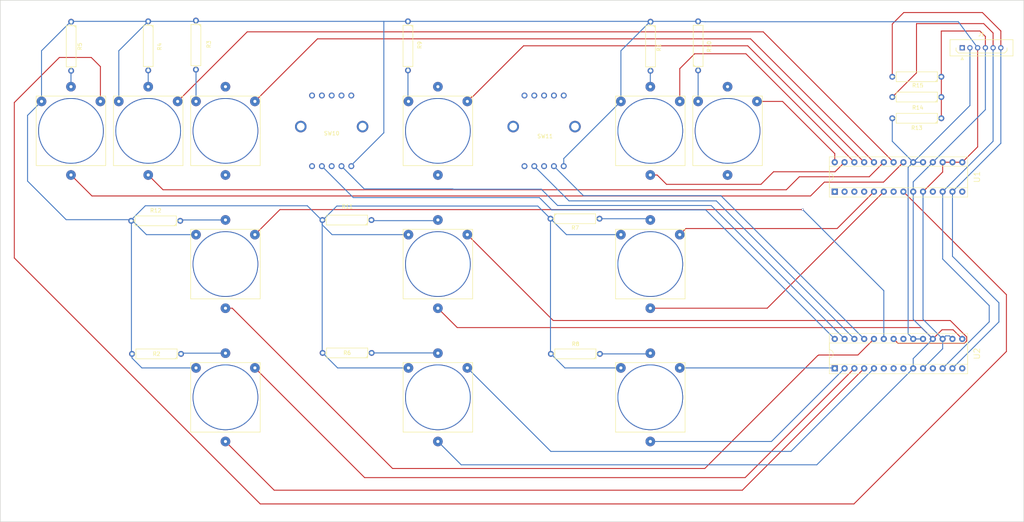
<source format=kicad_pcb>
(kicad_pcb (version 4) (host pcbnew 4.0.7)

  (general
    (links 86)
    (no_connects 0)
    (area 14.924999 24.924999 280.075001 160.075001)
    (thickness 1.6)
    (drawings 4)
    (tracks 246)
    (zones 0)
    (modules 32)
    (nets 41)
  )

  (page A4)
  (layers
    (0 F.Cu signal)
    (31 B.Cu signal)
    (32 B.Adhes user)
    (33 F.Adhes user)
    (34 B.Paste user)
    (35 F.Paste user)
    (36 B.SilkS user)
    (37 F.SilkS user)
    (38 B.Mask user)
    (39 F.Mask user)
    (40 Dwgs.User user)
    (41 Cmts.User user)
    (42 Eco1.User user)
    (43 Eco2.User user)
    (44 Edge.Cuts user)
    (45 Margin user)
    (46 B.CrtYd user)
    (47 F.CrtYd user)
    (48 B.Fab user)
    (49 F.Fab user)
  )

  (setup
    (last_trace_width 0.25)
    (trace_clearance 0.2)
    (zone_clearance 0.508)
    (zone_45_only no)
    (trace_min 0.2)
    (segment_width 0.2)
    (edge_width 0.15)
    (via_size 0.6)
    (via_drill 0.4)
    (via_min_size 0.4)
    (via_min_drill 0.3)
    (uvia_size 0.3)
    (uvia_drill 0.1)
    (uvias_allowed no)
    (uvia_min_size 0.2)
    (uvia_min_drill 0.1)
    (pcb_text_width 0.3)
    (pcb_text_size 1.5 1.5)
    (mod_edge_width 0.15)
    (mod_text_size 1 1)
    (mod_text_width 0.15)
    (pad_size 17 17)
    (pad_drill 16.5)
    (pad_to_mask_clearance 0.2)
    (aux_axis_origin 281.75 19)
    (grid_origin 281.75 15)
    (visible_elements 7FFFEFFF)
    (pcbplotparams
      (layerselection 0x01020_80000001)
      (usegerberextensions false)
      (excludeedgelayer true)
      (linewidth 0.100000)
      (plotframeref false)
      (viasonmask false)
      (mode 1)
      (useauxorigin false)
      (hpglpennumber 1)
      (hpglpenspeed 20)
      (hpglpendiameter 15)
      (hpglpenoverlay 2)
      (psnegative false)
      (psa4output false)
      (plotreference true)
      (plotvalue true)
      (plotinvisibletext false)
      (padsonsilk false)
      (subtractmaskfromsilk false)
      (outputformat 1)
      (mirror false)
      (drillshape 0)
      (scaleselection 1)
      (outputdirectory gerber/))
  )

  (net 0 "")
  (net 1 "Net-(D10-Pad2)")
  (net 2 "Net-(D10-Pad1)")
  (net 3 "Net-(D11-Pad2)")
  (net 4 "Net-(D11-Pad1)")
  (net 5 "Net-(D12-Pad2)")
  (net 6 "Net-(D12-Pad1)")
  (net 7 "Net-(J1-Pad2)")
  (net 8 0v)
  (net 9 5v)
  (net 10 "Net-(J1-Pad5)")
  (net 11 "Net-(J1-Pad6)")
  (net 12 "Net-(R1-Pad2)")
  (net 13 "Net-(R4-Pad2)")
  (net 14 "Net-(R5-Pad2)")
  (net 15 "Net-(R7-Pad2)")
  (net 16 "Net-(SW2-Pad2)")
  (net 17 "Net-(SW2-Pad4)")
  (net 18 "Net-(SW3-Pad2)")
  (net 19 "Net-(SW3-Pad4)")
  (net 20 "Net-(SW4-Pad2)")
  (net 21 "Net-(SW4-Pad4)")
  (net 22 "Net-(SW6-Pad2)")
  (net 23 "Net-(SW7-Pad2)")
  (net 24 "Net-(SW7-Pad4)")
  (net 25 "Net-(SW8-Pad2)")
  (net 26 "Net-(SW8-Pad4)")
  (net 27 "Net-(SW9-Pad2)")
  (net 28 "Net-(SW10-Pad2)")
  (net 29 "Net-(SW10-Pad4)")
  (net 30 "Net-(SW11-Pad2)")
  (net 31 "Net-(SW11-Pad4)")
  (net 32 "Net-(R8-Pad1)")
  (net 33 "Net-(R2-Pad1)")
  (net 34 "Net-(R6-Pad1)")
  (net 35 "Net-(SW9-Pad4)")
  (net 36 "Net-(R11-Pad1)")
  (net 37 "Net-(R12-Pad1)")
  (net 38 "Net-(SW1-Pad2)")
  (net 39 "Net-(SW1-Pad4)")
  (net 40 "Net-(SW5-Pad2)")

  (net_class Default "This is the default net class."
    (clearance 0.2)
    (trace_width 0.25)
    (via_dia 0.6)
    (via_drill 0.4)
    (uvia_dia 0.3)
    (uvia_drill 0.1)
    (add_net 0v)
    (add_net 5v)
    (add_net "Net-(D10-Pad1)")
    (add_net "Net-(D10-Pad2)")
    (add_net "Net-(D11-Pad1)")
    (add_net "Net-(D11-Pad2)")
    (add_net "Net-(D12-Pad1)")
    (add_net "Net-(D12-Pad2)")
    (add_net "Net-(J1-Pad2)")
    (add_net "Net-(J1-Pad5)")
    (add_net "Net-(J1-Pad6)")
    (add_net "Net-(R1-Pad2)")
    (add_net "Net-(R11-Pad1)")
    (add_net "Net-(R12-Pad1)")
    (add_net "Net-(R2-Pad1)")
    (add_net "Net-(R4-Pad2)")
    (add_net "Net-(R5-Pad2)")
    (add_net "Net-(R6-Pad1)")
    (add_net "Net-(R7-Pad2)")
    (add_net "Net-(R8-Pad1)")
    (add_net "Net-(SW1-Pad2)")
    (add_net "Net-(SW1-Pad4)")
    (add_net "Net-(SW10-Pad2)")
    (add_net "Net-(SW10-Pad4)")
    (add_net "Net-(SW11-Pad2)")
    (add_net "Net-(SW11-Pad4)")
    (add_net "Net-(SW2-Pad2)")
    (add_net "Net-(SW2-Pad4)")
    (add_net "Net-(SW3-Pad2)")
    (add_net "Net-(SW3-Pad4)")
    (add_net "Net-(SW4-Pad2)")
    (add_net "Net-(SW4-Pad4)")
    (add_net "Net-(SW5-Pad2)")
    (add_net "Net-(SW6-Pad2)")
    (add_net "Net-(SW7-Pad2)")
    (add_net "Net-(SW7-Pad4)")
    (add_net "Net-(SW8-Pad2)")
    (add_net "Net-(SW8-Pad4)")
    (add_net "Net-(SW9-Pad2)")
    (add_net "Net-(SW9-Pad4)")
  )

  (module ioc:EAO31 (layer F.Cu) (tedit 5B50D3B7) (tstamp 5B4EFD66)
    (at 128.3 58.8)
    (path /5B4F19D5)
    (fp_text reference D12 (at 0 0.5) (layer F.SilkS)
      (effects (font (size 1 1) (thickness 0.15)))
    )
    (fp_text value Demand (at 0 15.24) (layer F.Fab)
      (effects (font (thickness 0.1524)))
    )
    (fp_line (start -9 -9) (end 9 -9) (layer F.SilkS) (width 0.15))
    (fp_line (start 9 -9) (end 9 9) (layer F.SilkS) (width 0.15))
    (fp_line (start 9 9) (end -9 9) (layer F.SilkS) (width 0.15))
    (fp_line (start -9 9) (end -9 -9) (layer F.SilkS) (width 0.15))
    (pad "" np_thru_hole circle (at 0 0) (size 17 17) (drill 16.5) (layers *.Cu *.Mask))
    (pad 3 thru_hole circle (at 0 -11.43) (size 2.5 2.5) (drill 0.8) (layers *.Cu *.Mask))
    (pad 2 thru_hole circle (at 7.62 -7.62) (size 2.5 2.5) (drill 0.8) (layers *.Cu *.Mask)
      (net 5 "Net-(D12-Pad2)"))
    (pad 1 thru_hole circle (at -7.62 -7.62) (size 2.5 2.5) (drill 0.8) (layers *.Cu *.Mask)
      (net 6 "Net-(D12-Pad1)"))
    (pad 4 thru_hole circle (at 0 11.43) (size 2.5 2.5) (drill 0.8) (layers *.Cu *.Mask))
  )

  (module ioc:EAO31 (layer F.Cu) (tedit 58D6E362) (tstamp 5B4EFD54)
    (at 203.3 58.8)
    (path /5B4F18DA)
    (fp_text reference D10 (at 0 0.5) (layer F.SilkS)
      (effects (font (size 1 1) (thickness 0.15)))
    )
    (fp_text value Reload (at 0 15.24) (layer F.Fab)
      (effects (font (thickness 0.1524)))
    )
    (fp_line (start -9 -9) (end 9 -9) (layer F.SilkS) (width 0.15))
    (fp_line (start 9 -9) (end 9 9) (layer F.SilkS) (width 0.15))
    (fp_line (start 9 9) (end -9 9) (layer F.SilkS) (width 0.15))
    (fp_line (start -9 9) (end -9 -9) (layer F.SilkS) (width 0.15))
    (pad "" np_thru_hole circle (at 0 0) (size 17 17) (drill 16.5) (layers *.Cu *.Mask))
    (pad 3 thru_hole circle (at 0 -11.43) (size 2.5 2.5) (drill 0.8) (layers *.Cu *.Mask))
    (pad 2 thru_hole circle (at 7.62 -7.62) (size 2.5 2.5) (drill 0.8) (layers *.Cu *.Mask)
      (net 1 "Net-(D10-Pad2)"))
    (pad 1 thru_hole circle (at -7.62 -7.62) (size 2.5 2.5) (drill 0.8) (layers *.Cu *.Mask)
      (net 2 "Net-(D10-Pad1)"))
    (pad 4 thru_hole circle (at 0 11.43) (size 2.5 2.5) (drill 0.8) (layers *.Cu *.Mask))
  )

  (module ioc:EAO31 (layer F.Cu) (tedit 58D6E362) (tstamp 5B4EFD5D)
    (at 73.3 58.8)
    (path /5B4F1958)
    (fp_text reference D11 (at 0 0.5) (layer F.SilkS)
      (effects (font (size 1 1) (thickness 0.15)))
    )
    (fp_text value HoldUp (at 0 15.24) (layer F.Fab)
      (effects (font (thickness 0.1524)))
    )
    (fp_line (start -9 -9) (end 9 -9) (layer F.SilkS) (width 0.15))
    (fp_line (start 9 -9) (end 9 9) (layer F.SilkS) (width 0.15))
    (fp_line (start 9 9) (end -9 9) (layer F.SilkS) (width 0.15))
    (fp_line (start -9 9) (end -9 -9) (layer F.SilkS) (width 0.15))
    (pad "" np_thru_hole circle (at 0 0) (size 17 17) (drill 16.5) (layers *.Cu *.Mask))
    (pad 3 thru_hole circle (at 0 -11.43) (size 2.5 2.5) (drill 0.8) (layers *.Cu *.Mask))
    (pad 2 thru_hole circle (at 7.62 -7.62) (size 2.5 2.5) (drill 0.8) (layers *.Cu *.Mask)
      (net 3 "Net-(D11-Pad2)"))
    (pad 1 thru_hole circle (at -7.62 -7.62) (size 2.5 2.5) (drill 0.8) (layers *.Cu *.Mask)
      (net 4 "Net-(D11-Pad1)"))
    (pad 4 thru_hole circle (at 0 11.43) (size 2.5 2.5) (drill 0.8) (layers *.Cu *.Mask))
  )

  (module Connectors_Harwin:Harwin_LTek-Male_06x2.00mm_Straight (layer F.Cu) (tedit 5964B3BD) (tstamp 5B4EFD70)
    (at 264.05 37.3)
    (descr "Harwin LTek Connector, 6 pins, single row male, vertical entry")
    (tags "connector harwin ltek M80")
    (path /5B50D05F)
    (fp_text reference J1 (at 5 -3.5) (layer F.SilkS)
      (effects (font (size 1 1) (thickness 0.15)))
    )
    (fp_text value Conn_01x06 (at 5 4) (layer F.Fab)
      (effects (font (size 1 1) (thickness 0.15)))
    )
    (fp_text user %R (at 5 0) (layer F.Fab)
      (effects (font (size 1 1) (thickness 0.15)))
    )
    (fp_line (start -3.15 -2.1) (end -3.15 2.1) (layer F.SilkS) (width 0.15))
    (fp_line (start -3.15 2.1) (end 13.15 2.1) (layer F.SilkS) (width 0.15))
    (fp_line (start 13.15 2.1) (end 13.15 -2.1) (layer F.SilkS) (width 0.15))
    (fp_line (start 13.15 -2.1) (end -3.15 -2.1) (layer F.SilkS) (width 0.15))
    (fp_line (start -3.55 -2.5) (end -3.55 2.5) (layer F.CrtYd) (width 0.05))
    (fp_line (start -3.55 2.5) (end 13.55 2.5) (layer F.CrtYd) (width 0.05))
    (fp_line (start 13.55 2.5) (end 13.55 -2.5) (layer F.CrtYd) (width 0.05))
    (fp_line (start 13.55 -2.5) (end -3.55 -2.5) (layer F.CrtYd) (width 0.05))
    (fp_line (start -3.05 -2) (end -3.05 2) (layer F.Fab) (width 0.1))
    (fp_line (start -3.05 2) (end 13.05 2) (layer F.Fab) (width 0.1))
    (fp_line (start 13.05 2) (end 13.05 -2) (layer F.Fab) (width 0.1))
    (fp_line (start 13.05 -2) (end -3.05 -2) (layer F.Fab) (width 0.1))
    (fp_line (start 11.75 -1.5) (end 11.75 0.75) (layer F.Fab) (width 0.1))
    (fp_line (start 11.75 0.75) (end 11 1.5) (layer F.Fab) (width 0.1))
    (fp_line (start 11 1.5) (end -1 1.5) (layer F.Fab) (width 0.1))
    (fp_line (start -1 1.5) (end -1.75 0.75) (layer F.Fab) (width 0.1))
    (fp_line (start -1.75 0.75) (end -1.75 -1.5) (layer F.Fab) (width 0.1))
    (fp_line (start -1.75 -1.5) (end 11.75 -1.5) (layer F.Fab) (width 0.1))
    (fp_line (start 11.6 0) (end 11.6 0.75) (layer F.SilkS) (width 0.15))
    (fp_line (start 11.6 0.75) (end 11 1.35) (layer F.SilkS) (width 0.15))
    (fp_line (start 11 1.35) (end 5 1.35) (layer F.SilkS) (width 0.15))
    (fp_line (start -1.6 0) (end -1.6 0.75) (layer F.SilkS) (width 0.15))
    (fp_line (start -1.6 0.75) (end -1 1.35) (layer F.SilkS) (width 0.15))
    (fp_line (start -1 1.35) (end 5 1.35) (layer F.SilkS) (width 0.15))
    (fp_line (start 0 2.5) (end -0.3 3.1) (layer F.SilkS) (width 0.15))
    (fp_line (start -0.3 3.1) (end 0.3 3.1) (layer F.SilkS) (width 0.15))
    (fp_line (start 0.3 3.1) (end 0 2.5) (layer F.SilkS) (width 0.15))
    (fp_line (start 0 2.5) (end -0.3 3.1) (layer F.Fab) (width 0.1))
    (fp_line (start -0.3 3.1) (end 0.3 3.1) (layer F.Fab) (width 0.1))
    (fp_line (start 0.3 3.1) (end 0 2.5) (layer F.Fab) (width 0.1))
    (pad 1 thru_hole rect (at 0 0) (size 1.35 1.35) (drill 0.8) (layers *.Cu *.Mask))
    (pad 2 thru_hole circle (at 2 0) (size 1.35 1.35) (drill 0.8) (layers *.Cu *.Mask)
      (net 7 "Net-(J1-Pad2)"))
    (pad 3 thru_hole circle (at 4 0) (size 1.35 1.35) (drill 0.8) (layers *.Cu *.Mask)
      (net 8 0v))
    (pad 4 thru_hole circle (at 6 0) (size 1.35 1.35) (drill 0.8) (layers *.Cu *.Mask)
      (net 9 5v))
    (pad 5 thru_hole circle (at 8 0) (size 1.35 1.35) (drill 0.8) (layers *.Cu *.Mask)
      (net 10 "Net-(J1-Pad5)"))
    (pad 6 thru_hole circle (at 10 0) (size 1.35 1.35) (drill 0.8) (layers *.Cu *.Mask)
      (net 11 "Net-(J1-Pad6)"))
    (model ${KISYS3DMOD}/Connectors_Harwin.3dshapes/Harwin_LTek-Male_06x2.00mm_Straight.wrl
      (at (xyz 0 0 0))
      (scale (xyz 1 1 1))
      (rotate (xyz 0 0 0))
    )
  )

  (module ioc:R5 (layer F.Cu) (tedit 0) (tstamp 5B4EFD76)
    (at 183.35 36.9 270)
    (descr "Resistance 5 pas")
    (tags R)
    (path /5B4ED955)
    (fp_text reference R1 (at 0.35 -2.2 270) (layer F.SilkS)
      (effects (font (size 1 1) (thickness 0.15)))
    )
    (fp_text value R (at 0 0 270) (layer F.Fab)
      (effects (font (size 1 1) (thickness 0.15)))
    )
    (fp_line (start -6.35 0) (end -5.334 0) (layer F.SilkS) (width 0.15))
    (fp_line (start 6.35 0) (end 5.334 0) (layer F.SilkS) (width 0.15))
    (fp_line (start 5.334 -1.27) (end 5.334 1.27) (layer F.SilkS) (width 0.15))
    (fp_line (start 5.334 1.27) (end -5.334 1.27) (layer F.SilkS) (width 0.15))
    (fp_line (start -5.334 1.27) (end -5.334 -1.27) (layer F.SilkS) (width 0.15))
    (fp_line (start -5.334 -1.27) (end 5.334 -1.27) (layer F.SilkS) (width 0.15))
    (fp_line (start -5.334 -0.762) (end -4.826 -1.27) (layer F.SilkS) (width 0.15))
    (pad 1 thru_hole circle (at -6.35 0 270) (size 1.524 1.524) (drill 0.8128) (layers *.Cu *.Mask)
      (net 8 0v))
    (pad 2 thru_hole circle (at 6.35 0 270) (size 1.524 1.524) (drill 0.8128) (layers *.Cu *.Mask)
      (net 12 "Net-(R1-Pad2)"))
    (model Discret.3dshapes/R5.wrl
      (at (xyz 0 0 0))
      (scale (xyz 0.5 0.5 0.5))
      (rotate (xyz 0 0 0))
    )
  )

  (module ioc:R5 (layer F.Cu) (tedit 0) (tstamp 5B4EFD7C)
    (at 55.45 116.55 180)
    (descr "Resistance 5 pas")
    (tags R)
    (path /5B4EE0E1)
    (fp_text reference R2 (at 0 0 180) (layer F.SilkS)
      (effects (font (size 1 1) (thickness 0.15)))
    )
    (fp_text value R (at 0 0 180) (layer F.Fab)
      (effects (font (size 1 1) (thickness 0.15)))
    )
    (fp_line (start -6.35 0) (end -5.334 0) (layer F.SilkS) (width 0.15))
    (fp_line (start 6.35 0) (end 5.334 0) (layer F.SilkS) (width 0.15))
    (fp_line (start 5.334 -1.27) (end 5.334 1.27) (layer F.SilkS) (width 0.15))
    (fp_line (start 5.334 1.27) (end -5.334 1.27) (layer F.SilkS) (width 0.15))
    (fp_line (start -5.334 1.27) (end -5.334 -1.27) (layer F.SilkS) (width 0.15))
    (fp_line (start -5.334 -1.27) (end 5.334 -1.27) (layer F.SilkS) (width 0.15))
    (fp_line (start -5.334 -0.762) (end -4.826 -1.27) (layer F.SilkS) (width 0.15))
    (pad 1 thru_hole circle (at -6.35 0 180) (size 1.524 1.524) (drill 0.8128) (layers *.Cu *.Mask)
      (net 33 "Net-(R2-Pad1)"))
    (pad 2 thru_hole circle (at 6.35 0 180) (size 1.524 1.524) (drill 0.8128) (layers *.Cu *.Mask)
      (net 8 0v))
    (model Discret.3dshapes/R5.wrl
      (at (xyz 0 0 0))
      (scale (xyz 0.5 0.5 0.5))
      (rotate (xyz 0 0 0))
    )
  )

  (module ioc:R5 (layer F.Cu) (tedit 0) (tstamp 5B4EFD82)
    (at 65.65 36.6 270)
    (descr "Resistance 5 pas")
    (tags R)
    (path /5B4EE14E)
    (fp_text reference R3 (at -0.2 -3.35 270) (layer F.SilkS)
      (effects (font (size 1 1) (thickness 0.15)))
    )
    (fp_text value R (at 0 0 270) (layer F.Fab)
      (effects (font (size 1 1) (thickness 0.15)))
    )
    (fp_line (start -6.35 0) (end -5.334 0) (layer F.SilkS) (width 0.15))
    (fp_line (start 6.35 0) (end 5.334 0) (layer F.SilkS) (width 0.15))
    (fp_line (start 5.334 -1.27) (end 5.334 1.27) (layer F.SilkS) (width 0.15))
    (fp_line (start 5.334 1.27) (end -5.334 1.27) (layer F.SilkS) (width 0.15))
    (fp_line (start -5.334 1.27) (end -5.334 -1.27) (layer F.SilkS) (width 0.15))
    (fp_line (start -5.334 -1.27) (end 5.334 -1.27) (layer F.SilkS) (width 0.15))
    (fp_line (start -5.334 -0.762) (end -4.826 -1.27) (layer F.SilkS) (width 0.15))
    (pad 1 thru_hole circle (at -6.35 0 270) (size 1.524 1.524) (drill 0.8128) (layers *.Cu *.Mask)
      (net 8 0v))
    (pad 2 thru_hole circle (at 6.35 0 270) (size 1.524 1.524) (drill 0.8128) (layers *.Cu *.Mask)
      (net 4 "Net-(D11-Pad1)"))
    (model Discret.3dshapes/R5.wrl
      (at (xyz 0 0 0))
      (scale (xyz 0.5 0.5 0.5))
      (rotate (xyz 0 0 0))
    )
  )

  (module ioc:R5 (layer F.Cu) (tedit 0) (tstamp 5B4EFD88)
    (at 53.3 36.8 270)
    (descr "Resistance 5 pas")
    (tags R)
    (path /5B4EE1B6)
    (fp_text reference R4 (at 0.2 -2.95 270) (layer F.SilkS)
      (effects (font (size 1 1) (thickness 0.15)))
    )
    (fp_text value R (at 0 0 270) (layer F.Fab)
      (effects (font (size 1 1) (thickness 0.15)))
    )
    (fp_line (start -6.35 0) (end -5.334 0) (layer F.SilkS) (width 0.15))
    (fp_line (start 6.35 0) (end 5.334 0) (layer F.SilkS) (width 0.15))
    (fp_line (start 5.334 -1.27) (end 5.334 1.27) (layer F.SilkS) (width 0.15))
    (fp_line (start 5.334 1.27) (end -5.334 1.27) (layer F.SilkS) (width 0.15))
    (fp_line (start -5.334 1.27) (end -5.334 -1.27) (layer F.SilkS) (width 0.15))
    (fp_line (start -5.334 -1.27) (end 5.334 -1.27) (layer F.SilkS) (width 0.15))
    (fp_line (start -5.334 -0.762) (end -4.826 -1.27) (layer F.SilkS) (width 0.15))
    (pad 1 thru_hole circle (at -6.35 0 270) (size 1.524 1.524) (drill 0.8128) (layers *.Cu *.Mask)
      (net 8 0v))
    (pad 2 thru_hole circle (at 6.35 0 270) (size 1.524 1.524) (drill 0.8128) (layers *.Cu *.Mask)
      (net 13 "Net-(R4-Pad2)"))
    (model Discret.3dshapes/R5.wrl
      (at (xyz 0 0 0))
      (scale (xyz 0.5 0.5 0.5))
      (rotate (xyz 0 0 0))
    )
  )

  (module ioc:R5 (layer F.Cu) (tedit 0) (tstamp 5B4EFD8E)
    (at 33.35 36.9 270)
    (descr "Resistance 5 pas")
    (tags R)
    (path /5B4EE223)
    (fp_text reference R5 (at 0.05 -2.25 270) (layer F.SilkS)
      (effects (font (size 1 1) (thickness 0.15)))
    )
    (fp_text value R (at 0 0 270) (layer F.Fab)
      (effects (font (size 1 1) (thickness 0.15)))
    )
    (fp_line (start -6.35 0) (end -5.334 0) (layer F.SilkS) (width 0.15))
    (fp_line (start 6.35 0) (end 5.334 0) (layer F.SilkS) (width 0.15))
    (fp_line (start 5.334 -1.27) (end 5.334 1.27) (layer F.SilkS) (width 0.15))
    (fp_line (start 5.334 1.27) (end -5.334 1.27) (layer F.SilkS) (width 0.15))
    (fp_line (start -5.334 1.27) (end -5.334 -1.27) (layer F.SilkS) (width 0.15))
    (fp_line (start -5.334 -1.27) (end 5.334 -1.27) (layer F.SilkS) (width 0.15))
    (fp_line (start -5.334 -0.762) (end -4.826 -1.27) (layer F.SilkS) (width 0.15))
    (pad 1 thru_hole circle (at -6.35 0 270) (size 1.524 1.524) (drill 0.8128) (layers *.Cu *.Mask)
      (net 8 0v))
    (pad 2 thru_hole circle (at 6.35 0 270) (size 1.524 1.524) (drill 0.8128) (layers *.Cu *.Mask)
      (net 14 "Net-(R5-Pad2)"))
    (model Discret.3dshapes/R5.wrl
      (at (xyz 0 0 0))
      (scale (xyz 0.5 0.5 0.5))
      (rotate (xyz 0 0 0))
    )
  )

  (module ioc:R5 (layer F.Cu) (tedit 0) (tstamp 5B4EFD94)
    (at 104.8 116.3 180)
    (descr "Resistance 5 pas")
    (tags R)
    (path /5B4EE28D)
    (fp_text reference R6 (at 0 0 180) (layer F.SilkS)
      (effects (font (size 1 1) (thickness 0.15)))
    )
    (fp_text value R (at 0 0 180) (layer F.Fab)
      (effects (font (size 1 1) (thickness 0.15)))
    )
    (fp_line (start -6.35 0) (end -5.334 0) (layer F.SilkS) (width 0.15))
    (fp_line (start 6.35 0) (end 5.334 0) (layer F.SilkS) (width 0.15))
    (fp_line (start 5.334 -1.27) (end 5.334 1.27) (layer F.SilkS) (width 0.15))
    (fp_line (start 5.334 1.27) (end -5.334 1.27) (layer F.SilkS) (width 0.15))
    (fp_line (start -5.334 1.27) (end -5.334 -1.27) (layer F.SilkS) (width 0.15))
    (fp_line (start -5.334 -1.27) (end 5.334 -1.27) (layer F.SilkS) (width 0.15))
    (fp_line (start -5.334 -0.762) (end -4.826 -1.27) (layer F.SilkS) (width 0.15))
    (pad 1 thru_hole circle (at -6.35 0 180) (size 1.524 1.524) (drill 0.8128) (layers *.Cu *.Mask)
      (net 34 "Net-(R6-Pad1)"))
    (pad 2 thru_hole circle (at 6.35 0 180) (size 1.524 1.524) (drill 0.8128) (layers *.Cu *.Mask)
      (net 8 0v))
    (model Discret.3dshapes/R5.wrl
      (at (xyz 0 0 0))
      (scale (xyz 0.5 0.5 0.5))
      (rotate (xyz 0 0 0))
    )
  )

  (module ioc:R5 (layer F.Cu) (tedit 0) (tstamp 5B4EFD9A)
    (at 163.8 81.55)
    (descr "Resistance 5 pas")
    (tags R)
    (path /5B4EE2FC)
    (fp_text reference R7 (at 0.05 2.35) (layer F.SilkS)
      (effects (font (size 1 1) (thickness 0.15)))
    )
    (fp_text value R (at 0 0) (layer F.Fab)
      (effects (font (size 1 1) (thickness 0.15)))
    )
    (fp_line (start -6.35 0) (end -5.334 0) (layer F.SilkS) (width 0.15))
    (fp_line (start 6.35 0) (end 5.334 0) (layer F.SilkS) (width 0.15))
    (fp_line (start 5.334 -1.27) (end 5.334 1.27) (layer F.SilkS) (width 0.15))
    (fp_line (start 5.334 1.27) (end -5.334 1.27) (layer F.SilkS) (width 0.15))
    (fp_line (start -5.334 1.27) (end -5.334 -1.27) (layer F.SilkS) (width 0.15))
    (fp_line (start -5.334 -1.27) (end 5.334 -1.27) (layer F.SilkS) (width 0.15))
    (fp_line (start -5.334 -0.762) (end -4.826 -1.27) (layer F.SilkS) (width 0.15))
    (pad 1 thru_hole circle (at -6.35 0) (size 1.524 1.524) (drill 0.8128) (layers *.Cu *.Mask)
      (net 8 0v))
    (pad 2 thru_hole circle (at 6.35 0) (size 1.524 1.524) (drill 0.8128) (layers *.Cu *.Mask)
      (net 15 "Net-(R7-Pad2)"))
    (model Discret.3dshapes/R5.wrl
      (at (xyz 0 0 0))
      (scale (xyz 0.5 0.5 0.5))
      (rotate (xyz 0 0 0))
    )
  )

  (module ioc:R5 (layer F.Cu) (tedit 0) (tstamp 5B4EFDA0)
    (at 163.9 116.55 180)
    (descr "Resistance 5 pas")
    (tags R)
    (path /5B4EE3CE)
    (fp_text reference R8 (at -0.05 2.55 180) (layer F.SilkS)
      (effects (font (size 1 1) (thickness 0.15)))
    )
    (fp_text value R (at 0 0 180) (layer F.Fab)
      (effects (font (size 1 1) (thickness 0.15)))
    )
    (fp_line (start -6.35 0) (end -5.334 0) (layer F.SilkS) (width 0.15))
    (fp_line (start 6.35 0) (end 5.334 0) (layer F.SilkS) (width 0.15))
    (fp_line (start 5.334 -1.27) (end 5.334 1.27) (layer F.SilkS) (width 0.15))
    (fp_line (start 5.334 1.27) (end -5.334 1.27) (layer F.SilkS) (width 0.15))
    (fp_line (start -5.334 1.27) (end -5.334 -1.27) (layer F.SilkS) (width 0.15))
    (fp_line (start -5.334 -1.27) (end 5.334 -1.27) (layer F.SilkS) (width 0.15))
    (fp_line (start -5.334 -0.762) (end -4.826 -1.27) (layer F.SilkS) (width 0.15))
    (pad 1 thru_hole circle (at -6.35 0 180) (size 1.524 1.524) (drill 0.8128) (layers *.Cu *.Mask)
      (net 32 "Net-(R8-Pad1)"))
    (pad 2 thru_hole circle (at 6.35 0 180) (size 1.524 1.524) (drill 0.8128) (layers *.Cu *.Mask)
      (net 8 0v))
    (model Discret.3dshapes/R5.wrl
      (at (xyz 0 0 0))
      (scale (xyz 0.5 0.5 0.5))
      (rotate (xyz 0 0 0))
    )
  )

  (module ioc:R5 (layer F.Cu) (tedit 0) (tstamp 5B4EFDA6)
    (at 120.55 36.8 270)
    (descr "Resistance 5 pas")
    (tags R)
    (path /5B4F1318)
    (fp_text reference R9 (at -0.2 -3.05 270) (layer F.SilkS)
      (effects (font (size 1 1) (thickness 0.15)))
    )
    (fp_text value R (at 0 0 270) (layer F.Fab)
      (effects (font (size 1 1) (thickness 0.15)))
    )
    (fp_line (start -6.35 0) (end -5.334 0) (layer F.SilkS) (width 0.15))
    (fp_line (start 6.35 0) (end 5.334 0) (layer F.SilkS) (width 0.15))
    (fp_line (start 5.334 -1.27) (end 5.334 1.27) (layer F.SilkS) (width 0.15))
    (fp_line (start 5.334 1.27) (end -5.334 1.27) (layer F.SilkS) (width 0.15))
    (fp_line (start -5.334 1.27) (end -5.334 -1.27) (layer F.SilkS) (width 0.15))
    (fp_line (start -5.334 -1.27) (end 5.334 -1.27) (layer F.SilkS) (width 0.15))
    (fp_line (start -5.334 -0.762) (end -4.826 -1.27) (layer F.SilkS) (width 0.15))
    (pad 1 thru_hole circle (at -6.35 0 270) (size 1.524 1.524) (drill 0.8128) (layers *.Cu *.Mask)
      (net 8 0v))
    (pad 2 thru_hole circle (at 6.35 0 270) (size 1.524 1.524) (drill 0.8128) (layers *.Cu *.Mask)
      (net 6 "Net-(D12-Pad1)"))
    (model Discret.3dshapes/R5.wrl
      (at (xyz 0 0 0))
      (scale (xyz 0.5 0.5 0.5))
      (rotate (xyz 0 0 0))
    )
  )

  (module ioc:R5 (layer F.Cu) (tedit 0) (tstamp 5B4EFDAC)
    (at 195.68 36.8 90)
    (descr "Resistance 5 pas")
    (tags R)
    (path /5B4F1A55)
    (fp_text reference R10 (at -0.2 2.87 90) (layer F.SilkS)
      (effects (font (size 1 1) (thickness 0.15)))
    )
    (fp_text value R (at 0 0 90) (layer F.Fab)
      (effects (font (size 1 1) (thickness 0.15)))
    )
    (fp_line (start -6.35 0) (end -5.334 0) (layer F.SilkS) (width 0.15))
    (fp_line (start 6.35 0) (end 5.334 0) (layer F.SilkS) (width 0.15))
    (fp_line (start 5.334 -1.27) (end 5.334 1.27) (layer F.SilkS) (width 0.15))
    (fp_line (start 5.334 1.27) (end -5.334 1.27) (layer F.SilkS) (width 0.15))
    (fp_line (start -5.334 1.27) (end -5.334 -1.27) (layer F.SilkS) (width 0.15))
    (fp_line (start -5.334 -1.27) (end 5.334 -1.27) (layer F.SilkS) (width 0.15))
    (fp_line (start -5.334 -0.762) (end -4.826 -1.27) (layer F.SilkS) (width 0.15))
    (pad 1 thru_hole circle (at -6.35 0 90) (size 1.524 1.524) (drill 0.8128) (layers *.Cu *.Mask)
      (net 2 "Net-(D10-Pad1)"))
    (pad 2 thru_hole circle (at 6.35 0 90) (size 1.524 1.524) (drill 0.8128) (layers *.Cu *.Mask)
      (net 8 0v))
    (model Discret.3dshapes/R5.wrl
      (at (xyz 0 0 0))
      (scale (xyz 0.5 0.5 0.5))
      (rotate (xyz 0 0 0))
    )
  )

  (module ioc:R5 (layer F.Cu) (tedit 0) (tstamp 5B4EFDB2)
    (at 104.75 81.9 180)
    (descr "Resistance 5 pas")
    (tags R)
    (path /5B4F1B20)
    (fp_text reference R11 (at -0.1 3.47 180) (layer F.SilkS)
      (effects (font (size 1 1) (thickness 0.15)))
    )
    (fp_text value R (at 0 0 180) (layer F.Fab)
      (effects (font (size 1 1) (thickness 0.15)))
    )
    (fp_line (start -6.35 0) (end -5.334 0) (layer F.SilkS) (width 0.15))
    (fp_line (start 6.35 0) (end 5.334 0) (layer F.SilkS) (width 0.15))
    (fp_line (start 5.334 -1.27) (end 5.334 1.27) (layer F.SilkS) (width 0.15))
    (fp_line (start 5.334 1.27) (end -5.334 1.27) (layer F.SilkS) (width 0.15))
    (fp_line (start -5.334 1.27) (end -5.334 -1.27) (layer F.SilkS) (width 0.15))
    (fp_line (start -5.334 -1.27) (end 5.334 -1.27) (layer F.SilkS) (width 0.15))
    (fp_line (start -5.334 -0.762) (end -4.826 -1.27) (layer F.SilkS) (width 0.15))
    (pad 1 thru_hole circle (at -6.35 0 180) (size 1.524 1.524) (drill 0.8128) (layers *.Cu *.Mask)
      (net 36 "Net-(R11-Pad1)"))
    (pad 2 thru_hole circle (at 6.35 0 180) (size 1.524 1.524) (drill 0.8128) (layers *.Cu *.Mask)
      (net 8 0v))
    (model Discret.3dshapes/R5.wrl
      (at (xyz 0 0 0))
      (scale (xyz 0.5 0.5 0.5))
      (rotate (xyz 0 0 0))
    )
  )

  (module ioc:R5 (layer F.Cu) (tedit 0) (tstamp 5B4EFDB8)
    (at 55.25 82.1 180)
    (descr "Resistance 5 pas")
    (tags R)
    (path /5B4F1BAA)
    (fp_text reference R12 (at 0 2.67 180) (layer F.SilkS)
      (effects (font (size 1 1) (thickness 0.15)))
    )
    (fp_text value R (at 0 0 180) (layer F.Fab)
      (effects (font (size 1 1) (thickness 0.15)))
    )
    (fp_line (start -6.35 0) (end -5.334 0) (layer F.SilkS) (width 0.15))
    (fp_line (start 6.35 0) (end 5.334 0) (layer F.SilkS) (width 0.15))
    (fp_line (start 5.334 -1.27) (end 5.334 1.27) (layer F.SilkS) (width 0.15))
    (fp_line (start 5.334 1.27) (end -5.334 1.27) (layer F.SilkS) (width 0.15))
    (fp_line (start -5.334 1.27) (end -5.334 -1.27) (layer F.SilkS) (width 0.15))
    (fp_line (start -5.334 -1.27) (end 5.334 -1.27) (layer F.SilkS) (width 0.15))
    (fp_line (start -5.334 -0.762) (end -4.826 -1.27) (layer F.SilkS) (width 0.15))
    (pad 1 thru_hole circle (at -6.35 0 180) (size 1.524 1.524) (drill 0.8128) (layers *.Cu *.Mask)
      (net 37 "Net-(R12-Pad1)"))
    (pad 2 thru_hole circle (at 6.35 0 180) (size 1.524 1.524) (drill 0.8128) (layers *.Cu *.Mask)
      (net 8 0v))
    (model Discret.3dshapes/R5.wrl
      (at (xyz 0 0 0))
      (scale (xyz 0.5 0.5 0.5))
      (rotate (xyz 0 0 0))
    )
  )

  (module ioc:R5 (layer F.Cu) (tedit 5B50FC5B) (tstamp 5B4EFDBE)
    (at 252.3 55.55 180)
    (descr "Resistance 5 pas")
    (tags R)
    (path /5B51B8FE)
    (fp_text reference R13 (at 0 -2.5 180) (layer F.SilkS)
      (effects (font (size 1 1) (thickness 0.15)))
    )
    (fp_text value R (at 0 0 180) (layer F.Fab)
      (effects (font (size 1 1) (thickness 0.15)))
    )
    (fp_line (start -6.35 0) (end -5.334 0) (layer F.SilkS) (width 0.15))
    (fp_line (start 6.35 0) (end 5.334 0) (layer F.SilkS) (width 0.15))
    (fp_line (start 5.334 -1.27) (end 5.334 1.27) (layer F.SilkS) (width 0.15))
    (fp_line (start 5.334 1.27) (end -5.334 1.27) (layer F.SilkS) (width 0.15))
    (fp_line (start -5.334 1.27) (end -5.334 -1.27) (layer F.SilkS) (width 0.15))
    (fp_line (start -5.334 -1.27) (end 5.334 -1.27) (layer F.SilkS) (width 0.15))
    (fp_line (start -5.334 -0.762) (end -4.826 -1.27) (layer F.SilkS) (width 0.15))
    (pad 1 thru_hole circle (at -6.35 0 180) (size 1.524 1.524) (drill 0.8128) (layers *.Cu *.Mask)
      (net 9 5v))
    (pad 2 thru_hole circle (at 6.35 0 180) (size 1.524 1.524) (drill 0.8128) (layers *.Cu *.Mask)
      (net 7 "Net-(J1-Pad2)"))
    (model Discret.3dshapes/R5.wrl
      (at (xyz 0 0 0))
      (scale (xyz 0.5 0.5 0.5))
      (rotate (xyz 0 0 0))
    )
  )

  (module ioc:R5 (layer F.Cu) (tedit 5B50FC65) (tstamp 5B4EFDC4)
    (at 252.3 50.05 180)
    (descr "Resistance 5 pas")
    (tags R)
    (path /5B51B9C9)
    (fp_text reference R14 (at -0.25 -2.75 180) (layer F.SilkS)
      (effects (font (size 1 1) (thickness 0.15)))
    )
    (fp_text value R (at 0 0 180) (layer F.Fab)
      (effects (font (size 1 1) (thickness 0.15)))
    )
    (fp_line (start -6.35 0) (end -5.334 0) (layer F.SilkS) (width 0.15))
    (fp_line (start 6.35 0) (end 5.334 0) (layer F.SilkS) (width 0.15))
    (fp_line (start 5.334 -1.27) (end 5.334 1.27) (layer F.SilkS) (width 0.15))
    (fp_line (start 5.334 1.27) (end -5.334 1.27) (layer F.SilkS) (width 0.15))
    (fp_line (start -5.334 1.27) (end -5.334 -1.27) (layer F.SilkS) (width 0.15))
    (fp_line (start -5.334 -1.27) (end 5.334 -1.27) (layer F.SilkS) (width 0.15))
    (fp_line (start -5.334 -0.762) (end -4.826 -1.27) (layer F.SilkS) (width 0.15))
    (pad 1 thru_hole circle (at -6.35 0 180) (size 1.524 1.524) (drill 0.8128) (layers *.Cu *.Mask)
      (net 9 5v))
    (pad 2 thru_hole circle (at 6.35 0 180) (size 1.524 1.524) (drill 0.8128) (layers *.Cu *.Mask)
      (net 10 "Net-(J1-Pad5)"))
    (model Discret.3dshapes/R5.wrl
      (at (xyz 0 0 0))
      (scale (xyz 0.5 0.5 0.5))
      (rotate (xyz 0 0 0))
    )
  )

  (module ioc:R5 (layer F.Cu) (tedit 5B50FC86) (tstamp 5B4EFDCA)
    (at 252.3 44.8 180)
    (descr "Resistance 5 pas")
    (tags R)
    (path /5B51BA55)
    (fp_text reference R15 (at -0.25 -2.25 180) (layer F.SilkS)
      (effects (font (size 1 1) (thickness 0.15)))
    )
    (fp_text value R (at 0 0 180) (layer F.Fab)
      (effects (font (size 1 1) (thickness 0.15)))
    )
    (fp_line (start -6.35 0) (end -5.334 0) (layer F.SilkS) (width 0.15))
    (fp_line (start 6.35 0) (end 5.334 0) (layer F.SilkS) (width 0.15))
    (fp_line (start 5.334 -1.27) (end 5.334 1.27) (layer F.SilkS) (width 0.15))
    (fp_line (start 5.334 1.27) (end -5.334 1.27) (layer F.SilkS) (width 0.15))
    (fp_line (start -5.334 1.27) (end -5.334 -1.27) (layer F.SilkS) (width 0.15))
    (fp_line (start -5.334 -1.27) (end 5.334 -1.27) (layer F.SilkS) (width 0.15))
    (fp_line (start -5.334 -0.762) (end -4.826 -1.27) (layer F.SilkS) (width 0.15))
    (pad 1 thru_hole circle (at -6.35 0 180) (size 1.524 1.524) (drill 0.8128) (layers *.Cu *.Mask)
      (net 9 5v))
    (pad 2 thru_hole circle (at 6.35 0 180) (size 1.524 1.524) (drill 0.8128) (layers *.Cu *.Mask)
      (net 11 "Net-(J1-Pad6)"))
    (model Discret.3dshapes/R5.wrl
      (at (xyz 0 0 0))
      (scale (xyz 0.5 0.5 0.5))
      (rotate (xyz 0 0 0))
    )
  )

  (module ioc:EAO31 (layer F.Cu) (tedit 58D6E362) (tstamp 5B4EFDD3)
    (at 73.3 93.3)
    (path /5B521394)
    (fp_text reference SW1 (at 0 0.5) (layer F.SilkS)
      (effects (font (size 1 1) (thickness 0.15)))
    )
    (fp_text value "Reader Attach" (at 0 15.24) (layer F.Fab)
      (effects (font (thickness 0.1524)))
    )
    (fp_line (start -9 -9) (end 9 -9) (layer F.SilkS) (width 0.15))
    (fp_line (start 9 -9) (end 9 9) (layer F.SilkS) (width 0.15))
    (fp_line (start 9 9) (end -9 9) (layer F.SilkS) (width 0.15))
    (fp_line (start -9 9) (end -9 -9) (layer F.SilkS) (width 0.15))
    (pad "" np_thru_hole circle (at 0 0) (size 17 17) (drill 16.5) (layers *.Cu *.Mask))
    (pad 3 thru_hole circle (at 0 -11.43) (size 2.5 2.5) (drill 0.8) (layers *.Cu *.Mask)
      (net 37 "Net-(R12-Pad1)"))
    (pad 2 thru_hole circle (at 7.62 -7.62) (size 2.5 2.5) (drill 0.8) (layers *.Cu *.Mask)
      (net 38 "Net-(SW1-Pad2)"))
    (pad 1 thru_hole circle (at -7.62 -7.62) (size 2.5 2.5) (drill 0.8) (layers *.Cu *.Mask)
      (net 8 0v))
    (pad 4 thru_hole circle (at 0 11.43) (size 2.5 2.5) (drill 0.8) (layers *.Cu *.Mask)
      (net 39 "Net-(SW1-Pad4)"))
  )

  (module ioc:EAO31 (layer F.Cu) (tedit 58D6E362) (tstamp 5B4EFDDC)
    (at 73.3 127.8)
    (path /5B523D46)
    (fp_text reference SW2 (at 0 0.5) (layer F.SilkS)
      (effects (font (size 1 1) (thickness 0.15)))
    )
    (fp_text value "Reader Detach" (at 0 15.24) (layer F.Fab)
      (effects (font (thickness 0.1524)))
    )
    (fp_line (start -9 -9) (end 9 -9) (layer F.SilkS) (width 0.15))
    (fp_line (start 9 -9) (end 9 9) (layer F.SilkS) (width 0.15))
    (fp_line (start 9 9) (end -9 9) (layer F.SilkS) (width 0.15))
    (fp_line (start -9 9) (end -9 -9) (layer F.SilkS) (width 0.15))
    (pad "" np_thru_hole circle (at 0 0) (size 17 17) (drill 16.5) (layers *.Cu *.Mask))
    (pad 3 thru_hole circle (at 0 -11.43) (size 2.5 2.5) (drill 0.8) (layers *.Cu *.Mask)
      (net 33 "Net-(R2-Pad1)"))
    (pad 2 thru_hole circle (at 7.62 -7.62) (size 2.5 2.5) (drill 0.8) (layers *.Cu *.Mask)
      (net 16 "Net-(SW2-Pad2)"))
    (pad 1 thru_hole circle (at -7.62 -7.62) (size 2.5 2.5) (drill 0.8) (layers *.Cu *.Mask)
      (net 8 0v))
    (pad 4 thru_hole circle (at 0 11.43) (size 2.5 2.5) (drill 0.8) (layers *.Cu *.Mask)
      (net 17 "Net-(SW2-Pad4)"))
  )

  (module ioc:EAO31 (layer F.Cu) (tedit 58D6E362) (tstamp 5B4EFDE5)
    (at 33.3 58.8)
    (path /5B52F0EC)
    (fp_text reference SW3 (at 0 0.5) (layer F.SilkS)
      (effects (font (size 1 1) (thickness 0.15)))
    )
    (fp_text value Read (at 0 15.24) (layer F.Fab)
      (effects (font (thickness 0.1524)))
    )
    (fp_line (start -9 -9) (end 9 -9) (layer F.SilkS) (width 0.15))
    (fp_line (start 9 -9) (end 9 9) (layer F.SilkS) (width 0.15))
    (fp_line (start 9 9) (end -9 9) (layer F.SilkS) (width 0.15))
    (fp_line (start -9 9) (end -9 -9) (layer F.SilkS) (width 0.15))
    (pad "" np_thru_hole circle (at 0 0) (size 17 17) (drill 16.5) (layers *.Cu *.Mask))
    (pad 3 thru_hole circle (at 0 -11.43) (size 2.5 2.5) (drill 0.8) (layers *.Cu *.Mask)
      (net 14 "Net-(R5-Pad2)"))
    (pad 2 thru_hole circle (at 7.62 -7.62) (size 2.5 2.5) (drill 0.8) (layers *.Cu *.Mask)
      (net 18 "Net-(SW3-Pad2)"))
    (pad 1 thru_hole circle (at -7.62 -7.62) (size 2.5 2.5) (drill 0.8) (layers *.Cu *.Mask)
      (net 8 0v))
    (pad 4 thru_hole circle (at 0 11.43) (size 2.5 2.5) (drill 0.8) (layers *.Cu *.Mask)
      (net 19 "Net-(SW3-Pad4)"))
  )

  (module ioc:EAO31 (layer F.Cu) (tedit 58D6E362) (tstamp 5B4EFDEE)
    (at 53.3 58.8)
    (path /5B533535)
    (fp_text reference SW4 (at 0 0.5) (layer F.SilkS)
      (effects (font (size 1 1) (thickness 0.15)))
    )
    (fp_text value Stop (at 0 15.24) (layer F.Fab)
      (effects (font (thickness 0.1524)))
    )
    (fp_line (start -9 -9) (end 9 -9) (layer F.SilkS) (width 0.15))
    (fp_line (start 9 -9) (end 9 9) (layer F.SilkS) (width 0.15))
    (fp_line (start 9 9) (end -9 9) (layer F.SilkS) (width 0.15))
    (fp_line (start -9 9) (end -9 -9) (layer F.SilkS) (width 0.15))
    (pad "" np_thru_hole circle (at 0 0) (size 17 17) (drill 16.5) (layers *.Cu *.Mask))
    (pad 3 thru_hole circle (at 0 -11.43) (size 2.5 2.5) (drill 0.8) (layers *.Cu *.Mask)
      (net 13 "Net-(R4-Pad2)"))
    (pad 2 thru_hole circle (at 7.62 -7.62) (size 2.5 2.5) (drill 0.8) (layers *.Cu *.Mask)
      (net 20 "Net-(SW4-Pad2)"))
    (pad 1 thru_hole circle (at -7.62 -7.62) (size 2.5 2.5) (drill 0.8) (layers *.Cu *.Mask)
      (net 8 0v))
    (pad 4 thru_hole circle (at 0 11.43) (size 2.5 2.5) (drill 0.8) (layers *.Cu *.Mask)
      (net 21 "Net-(SW4-Pad4)"))
  )

  (module ioc:EAO31 (layer F.Cu) (tedit 58D6E362) (tstamp 5B4EFDF7)
    (at 128.3 93.3)
    (path /5B4EF735)
    (fp_text reference SW5 (at 0 0.5) (layer F.SilkS)
      (effects (font (size 1 1) (thickness 0.15)))
    )
    (fp_text value List (at 0 15.24) (layer F.Fab)
      (effects (font (thickness 0.1524)))
    )
    (fp_line (start -9 -9) (end 9 -9) (layer F.SilkS) (width 0.15))
    (fp_line (start 9 -9) (end 9 9) (layer F.SilkS) (width 0.15))
    (fp_line (start 9 9) (end -9 9) (layer F.SilkS) (width 0.15))
    (fp_line (start -9 9) (end -9 -9) (layer F.SilkS) (width 0.15))
    (pad "" np_thru_hole circle (at 0 0) (size 17 17) (drill 16.5) (layers *.Cu *.Mask))
    (pad 3 thru_hole circle (at 0 -11.43) (size 2.5 2.5) (drill 0.8) (layers *.Cu *.Mask)
      (net 36 "Net-(R11-Pad1)"))
    (pad 2 thru_hole circle (at 7.62 -7.62) (size 2.5 2.5) (drill 0.8) (layers *.Cu *.Mask)
      (net 40 "Net-(SW5-Pad2)"))
    (pad 1 thru_hole circle (at -7.62 -7.62) (size 2.5 2.5) (drill 0.8) (layers *.Cu *.Mask)
      (net 8 0v))
    (pad 4 thru_hole circle (at 0 11.43) (size 2.5 2.5) (drill 0.8) (layers *.Cu *.Mask)
      (net 9 5v))
  )

  (module ioc:EAO31 (layer F.Cu) (tedit 58D6E362) (tstamp 5B4EFE00)
    (at 128.3 127.8)
    (path /5B4F418E)
    (fp_text reference SW6 (at 0 0.5) (layer F.SilkS)
      (effects (font (size 1 1) (thickness 0.15)))
    )
    (fp_text value Delete (at 0 15.24) (layer F.Fab)
      (effects (font (thickness 0.1524)))
    )
    (fp_line (start -9 -9) (end 9 -9) (layer F.SilkS) (width 0.15))
    (fp_line (start 9 -9) (end 9 9) (layer F.SilkS) (width 0.15))
    (fp_line (start 9 9) (end -9 9) (layer F.SilkS) (width 0.15))
    (fp_line (start -9 9) (end -9 -9) (layer F.SilkS) (width 0.15))
    (pad "" np_thru_hole circle (at 0 0) (size 17 17) (drill 16.5) (layers *.Cu *.Mask))
    (pad 3 thru_hole circle (at 0 -11.43) (size 2.5 2.5) (drill 0.8) (layers *.Cu *.Mask)
      (net 34 "Net-(R6-Pad1)"))
    (pad 2 thru_hole circle (at 7.62 -7.62) (size 2.5 2.5) (drill 0.8) (layers *.Cu *.Mask)
      (net 22 "Net-(SW6-Pad2)"))
    (pad 1 thru_hole circle (at -7.62 -7.62) (size 2.5 2.5) (drill 0.8) (layers *.Cu *.Mask)
      (net 8 0v))
    (pad 4 thru_hole circle (at 0 11.43) (size 2.5 2.5) (drill 0.8) (layers *.Cu *.Mask)
      (net 9 5v))
  )

  (module ioc:EAO31 (layer F.Cu) (tedit 58D6E362) (tstamp 5B4EFE09)
    (at 183.3 93.3)
    (path /5B4FB684)
    (fp_text reference SW7 (at 0 0.5) (layer F.SilkS)
      (effects (font (size 1 1) (thickness 0.15)))
    )
    (fp_text value "Punch Attach" (at 0 15.24) (layer F.Fab)
      (effects (font (thickness 0.1524)))
    )
    (fp_line (start -9 -9) (end 9 -9) (layer F.SilkS) (width 0.15))
    (fp_line (start 9 -9) (end 9 9) (layer F.SilkS) (width 0.15))
    (fp_line (start 9 9) (end -9 9) (layer F.SilkS) (width 0.15))
    (fp_line (start -9 9) (end -9 -9) (layer F.SilkS) (width 0.15))
    (pad "" np_thru_hole circle (at 0 0) (size 17 17) (drill 16.5) (layers *.Cu *.Mask))
    (pad 3 thru_hole circle (at 0 -11.43) (size 2.5 2.5) (drill 0.8) (layers *.Cu *.Mask)
      (net 15 "Net-(R7-Pad2)"))
    (pad 2 thru_hole circle (at 7.62 -7.62) (size 2.5 2.5) (drill 0.8) (layers *.Cu *.Mask)
      (net 23 "Net-(SW7-Pad2)"))
    (pad 1 thru_hole circle (at -7.62 -7.62) (size 2.5 2.5) (drill 0.8) (layers *.Cu *.Mask)
      (net 8 0v))
    (pad 4 thru_hole circle (at 0 11.43) (size 2.5 2.5) (drill 0.8) (layers *.Cu *.Mask)
      (net 24 "Net-(SW7-Pad4)"))
  )

  (module ioc:EAO31 (layer F.Cu) (tedit 58D6E362) (tstamp 5B4EFE12)
    (at 183.3 127.8)
    (path /5B4FFA5D)
    (fp_text reference SW8 (at 0 0.5) (layer F.SilkS)
      (effects (font (size 1 1) (thickness 0.15)))
    )
    (fp_text value "Punch Detach" (at 0 15.24) (layer F.Fab)
      (effects (font (thickness 0.1524)))
    )
    (fp_line (start -9 -9) (end 9 -9) (layer F.SilkS) (width 0.15))
    (fp_line (start 9 -9) (end 9 9) (layer F.SilkS) (width 0.15))
    (fp_line (start 9 9) (end -9 9) (layer F.SilkS) (width 0.15))
    (fp_line (start -9 9) (end -9 -9) (layer F.SilkS) (width 0.15))
    (pad "" np_thru_hole circle (at 0 0) (size 17 17) (drill 16.5) (layers *.Cu *.Mask))
    (pad 3 thru_hole circle (at 0 -11.43) (size 2.5 2.5) (drill 0.8) (layers *.Cu *.Mask)
      (net 32 "Net-(R8-Pad1)"))
    (pad 2 thru_hole circle (at 7.62 -7.62) (size 2.5 2.5) (drill 0.8) (layers *.Cu *.Mask)
      (net 25 "Net-(SW8-Pad2)"))
    (pad 1 thru_hole circle (at -7.62 -7.62) (size 2.5 2.5) (drill 0.8) (layers *.Cu *.Mask)
      (net 8 0v))
    (pad 4 thru_hole circle (at 0 11.43) (size 2.5 2.5) (drill 0.8) (layers *.Cu *.Mask)
      (net 26 "Net-(SW8-Pad4)"))
  )

  (module ioc:EAO31 (layer F.Cu) (tedit 58D6E362) (tstamp 5B4EFE1B)
    (at 183.3 58.8)
    (path /5B5066F4)
    (fp_text reference SW9 (at 0 0.5) (layer F.SilkS)
      (effects (font (size 1 1) (thickness 0.15)))
    )
    (fp_text value Runout (at 0 15.24) (layer F.Fab)
      (effects (font (thickness 0.1524)))
    )
    (fp_line (start -9 -9) (end 9 -9) (layer F.SilkS) (width 0.15))
    (fp_line (start 9 -9) (end 9 9) (layer F.SilkS) (width 0.15))
    (fp_line (start 9 9) (end -9 9) (layer F.SilkS) (width 0.15))
    (fp_line (start -9 9) (end -9 -9) (layer F.SilkS) (width 0.15))
    (pad "" np_thru_hole circle (at 0 0) (size 17 17) (drill 16.5) (layers *.Cu *.Mask))
    (pad 3 thru_hole circle (at 0 -11.43) (size 2.5 2.5) (drill 0.8) (layers *.Cu *.Mask)
      (net 12 "Net-(R1-Pad2)"))
    (pad 2 thru_hole circle (at 7.62 -7.62) (size 2.5 2.5) (drill 0.8) (layers *.Cu *.Mask)
      (net 27 "Net-(SW9-Pad2)"))
    (pad 1 thru_hole circle (at -7.62 -7.62) (size 2.5 2.5) (drill 0.8) (layers *.Cu *.Mask)
      (net 8 0v))
    (pad 4 thru_hole circle (at 0 11.43) (size 2.5 2.5) (drill 0.8) (layers *.Cu *.Mask)
      (net 35 "Net-(SW9-Pad4)"))
  )

  (module ioc:DIP-28_W7.62mm_Socket (layer F.Cu) (tedit 58D3F33A) (tstamp 5B4EFE4D)
    (at 231.05 74.55 90)
    (descr "28-lead dip package, row spacing 7.62 mm (300 mils), Socket")
    (tags "DIL DIP PDIP 2.54mm 7.62mm 300mil Socket")
    (path /5B51AD78)
    (fp_text reference U1 (at 3.81 36.83 90) (layer F.SilkS)
      (effects (font (thickness 0.1524)))
    )
    (fp_text value MCP23017OC (at 3.81 16.51 180) (layer F.Fab)
      (effects (font (thickness 0.1524)))
    )
    (fp_arc (start 3.81 -1.39) (end 2.81 -1.39) (angle -180) (layer F.SilkS) (width 0.12))
    (fp_line (start 1.635 -1.27) (end 6.985 -1.27) (layer F.Fab) (width 0.1))
    (fp_line (start 6.985 -1.27) (end 6.985 34.29) (layer F.Fab) (width 0.1))
    (fp_line (start 6.985 34.29) (end 0.635 34.29) (layer F.Fab) (width 0.1))
    (fp_line (start 0.635 34.29) (end 0.635 -0.27) (layer F.Fab) (width 0.1))
    (fp_line (start 0.635 -0.27) (end 1.635 -1.27) (layer F.Fab) (width 0.1))
    (fp_line (start -1.27 -1.27) (end -1.27 34.29) (layer F.Fab) (width 0.1))
    (fp_line (start -1.27 34.29) (end 8.89 34.29) (layer F.Fab) (width 0.1))
    (fp_line (start 8.89 34.29) (end 8.89 -1.27) (layer F.Fab) (width 0.1))
    (fp_line (start 8.89 -1.27) (end -1.27 -1.27) (layer F.Fab) (width 0.1))
    (fp_line (start 2.81 -1.39) (end 1.04 -1.39) (layer F.SilkS) (width 0.12))
    (fp_line (start 1.04 -1.39) (end 1.04 34.41) (layer F.SilkS) (width 0.12))
    (fp_line (start 1.04 34.41) (end 6.58 34.41) (layer F.SilkS) (width 0.12))
    (fp_line (start 6.58 34.41) (end 6.58 -1.39) (layer F.SilkS) (width 0.12))
    (fp_line (start 6.58 -1.39) (end 4.81 -1.39) (layer F.SilkS) (width 0.12))
    (fp_line (start -1.39 -1.39) (end -1.39 34.41) (layer F.SilkS) (width 0.12))
    (fp_line (start -1.39 34.41) (end 9.01 34.41) (layer F.SilkS) (width 0.12))
    (fp_line (start 9.01 34.41) (end 9.01 -1.39) (layer F.SilkS) (width 0.12))
    (fp_line (start 9.01 -1.39) (end -1.39 -1.39) (layer F.SilkS) (width 0.12))
    (fp_line (start -1.7 -1.7) (end -1.7 34.7) (layer F.CrtYd) (width 0.05))
    (fp_line (start -1.7 34.7) (end 9.3 34.7) (layer F.CrtYd) (width 0.05))
    (fp_line (start 9.3 34.7) (end 9.3 -1.7) (layer F.CrtYd) (width 0.05))
    (fp_line (start 9.3 -1.7) (end -1.7 -1.7) (layer F.CrtYd) (width 0.05))
    (pad 1 thru_hole rect (at 0 0 90) (size 1.6 1.6) (drill 0.8) (layers *.Cu *.Mask))
    (pad 15 thru_hole oval (at 7.62 33.02 90) (size 1.6 1.6) (drill 0.8) (layers *.Cu *.Mask)
      (net 8 0v))
    (pad 2 thru_hole oval (at 0 2.54 90) (size 1.6 1.6) (drill 0.8) (layers *.Cu *.Mask))
    (pad 16 thru_hole oval (at 7.62 30.48 90) (size 1.6 1.6) (drill 0.8) (layers *.Cu *.Mask)
      (net 8 0v))
    (pad 3 thru_hole oval (at 0 5.08 90) (size 1.6 1.6) (drill 0.8) (layers *.Cu *.Mask))
    (pad 17 thru_hole oval (at 7.62 27.94 90) (size 1.6 1.6) (drill 0.8) (layers *.Cu *.Mask)
      (net 8 0v))
    (pad 4 thru_hole oval (at 0 7.62 90) (size 1.6 1.6) (drill 0.8) (layers *.Cu *.Mask))
    (pad 18 thru_hole oval (at 7.62 25.4 90) (size 1.6 1.6) (drill 0.8) (layers *.Cu *.Mask)
      (net 9 5v))
    (pad 5 thru_hole oval (at 0 10.16 90) (size 1.6 1.6) (drill 0.8) (layers *.Cu *.Mask)
      (net 23 "Net-(SW7-Pad2)"))
    (pad 19 thru_hole oval (at 7.62 22.86 90) (size 1.6 1.6) (drill 0.8) (layers *.Cu *.Mask)
      (net 7 "Net-(J1-Pad2)"))
    (pad 6 thru_hole oval (at 0 12.7 90) (size 1.6 1.6) (drill 0.8) (layers *.Cu *.Mask)
      (net 24 "Net-(SW7-Pad4)"))
    (pad 20 thru_hole oval (at 7.62 20.32 90) (size 1.6 1.6) (drill 0.8) (layers *.Cu *.Mask)
      (net 7 "Net-(J1-Pad2)"))
    (pad 7 thru_hole oval (at 0 15.24 90) (size 1.6 1.6) (drill 0.8) (layers *.Cu *.Mask))
    (pad 21 thru_hole oval (at 7.62 17.78 90) (size 1.6 1.6) (drill 0.8) (layers *.Cu *.Mask)
      (net 19 "Net-(SW3-Pad4)"))
    (pad 8 thru_hole oval (at 0 17.78 90) (size 1.6 1.6) (drill 0.8) (layers *.Cu *.Mask)
      (net 18 "Net-(SW3-Pad2)"))
    (pad 22 thru_hole oval (at 7.62 15.24 90) (size 1.6 1.6) (drill 0.8) (layers *.Cu *.Mask)
      (net 20 "Net-(SW4-Pad2)"))
    (pad 9 thru_hole oval (at 0 20.32 90) (size 1.6 1.6) (drill 0.8) (layers *.Cu *.Mask)
      (net 9 5v))
    (pad 23 thru_hole oval (at 7.62 12.7 90) (size 1.6 1.6) (drill 0.8) (layers *.Cu *.Mask)
      (net 21 "Net-(SW4-Pad4)"))
    (pad 10 thru_hole oval (at 0 22.86 90) (size 1.6 1.6) (drill 0.8) (layers *.Cu *.Mask)
      (net 8 0v))
    (pad 24 thru_hole oval (at 7.62 10.16 90) (size 1.6 1.6) (drill 0.8) (layers *.Cu *.Mask)
      (net 3 "Net-(D11-Pad2)"))
    (pad 11 thru_hole oval (at 0 25.4 90) (size 1.6 1.6) (drill 0.8) (layers *.Cu *.Mask))
    (pad 25 thru_hole oval (at 7.62 7.62 90) (size 1.6 1.6) (drill 0.8) (layers *.Cu *.Mask)
      (net 5 "Net-(D12-Pad2)"))
    (pad 12 thru_hole oval (at 0 27.94 90) (size 1.6 1.6) (drill 0.8) (layers *.Cu *.Mask)
      (net 10 "Net-(J1-Pad5)"))
    (pad 26 thru_hole oval (at 7.62 5.08 90) (size 1.6 1.6) (drill 0.8) (layers *.Cu *.Mask)
      (net 27 "Net-(SW9-Pad2)"))
    (pad 13 thru_hole oval (at 0 30.48 90) (size 1.6 1.6) (drill 0.8) (layers *.Cu *.Mask)
      (net 11 "Net-(J1-Pad6)"))
    (pad 27 thru_hole oval (at 7.62 2.54 90) (size 1.6 1.6) (drill 0.8) (layers *.Cu *.Mask)
      (net 35 "Net-(SW9-Pad4)"))
    (pad 14 thru_hole oval (at 0 33.02 90) (size 1.6 1.6) (drill 0.8) (layers *.Cu *.Mask))
    (pad 28 thru_hole oval (at 7.62 0 90) (size 1.6 1.6) (drill 0.8) (layers *.Cu *.Mask)
      (net 1 "Net-(D10-Pad2)"))
    (model Housings_DIP.3dshapes/DIP-28_W7.62mm_Socket.wrl
      (at (xyz 0 0 0))
      (scale (xyz 1 1 1))
      (rotate (xyz 0 0 0))
    )
  )

  (module ioc:DIP-28_W7.62mm_Socket (layer F.Cu) (tedit 58D3F33A) (tstamp 5B4EFE6D)
    (at 231.05 120.3 90)
    (descr "28-lead dip package, row spacing 7.62 mm (300 mils), Socket")
    (tags "DIL DIP PDIP 2.54mm 7.62mm 300mil Socket")
    (path /5B517FFA)
    (fp_text reference U2 (at 3.81 36.83 90) (layer F.SilkS)
      (effects (font (thickness 0.1524)))
    )
    (fp_text value MCP23017OC (at 3.81 16.51 180) (layer F.Fab)
      (effects (font (thickness 0.1524)))
    )
    (fp_arc (start 3.81 -1.39) (end 2.81 -1.39) (angle -180) (layer F.SilkS) (width 0.12))
    (fp_line (start 1.635 -1.27) (end 6.985 -1.27) (layer F.Fab) (width 0.1))
    (fp_line (start 6.985 -1.27) (end 6.985 34.29) (layer F.Fab) (width 0.1))
    (fp_line (start 6.985 34.29) (end 0.635 34.29) (layer F.Fab) (width 0.1))
    (fp_line (start 0.635 34.29) (end 0.635 -0.27) (layer F.Fab) (width 0.1))
    (fp_line (start 0.635 -0.27) (end 1.635 -1.27) (layer F.Fab) (width 0.1))
    (fp_line (start -1.27 -1.27) (end -1.27 34.29) (layer F.Fab) (width 0.1))
    (fp_line (start -1.27 34.29) (end 8.89 34.29) (layer F.Fab) (width 0.1))
    (fp_line (start 8.89 34.29) (end 8.89 -1.27) (layer F.Fab) (width 0.1))
    (fp_line (start 8.89 -1.27) (end -1.27 -1.27) (layer F.Fab) (width 0.1))
    (fp_line (start 2.81 -1.39) (end 1.04 -1.39) (layer F.SilkS) (width 0.12))
    (fp_line (start 1.04 -1.39) (end 1.04 34.41) (layer F.SilkS) (width 0.12))
    (fp_line (start 1.04 34.41) (end 6.58 34.41) (layer F.SilkS) (width 0.12))
    (fp_line (start 6.58 34.41) (end 6.58 -1.39) (layer F.SilkS) (width 0.12))
    (fp_line (start 6.58 -1.39) (end 4.81 -1.39) (layer F.SilkS) (width 0.12))
    (fp_line (start -1.39 -1.39) (end -1.39 34.41) (layer F.SilkS) (width 0.12))
    (fp_line (start -1.39 34.41) (end 9.01 34.41) (layer F.SilkS) (width 0.12))
    (fp_line (start 9.01 34.41) (end 9.01 -1.39) (layer F.SilkS) (width 0.12))
    (fp_line (start 9.01 -1.39) (end -1.39 -1.39) (layer F.SilkS) (width 0.12))
    (fp_line (start -1.7 -1.7) (end -1.7 34.7) (layer F.CrtYd) (width 0.05))
    (fp_line (start -1.7 34.7) (end 9.3 34.7) (layer F.CrtYd) (width 0.05))
    (fp_line (start 9.3 34.7) (end 9.3 -1.7) (layer F.CrtYd) (width 0.05))
    (fp_line (start 9.3 -1.7) (end -1.7 -1.7) (layer F.CrtYd) (width 0.05))
    (pad 1 thru_hole rect (at 0 0 90) (size 1.6 1.6) (drill 0.8) (layers *.Cu *.Mask)
      (net 25 "Net-(SW8-Pad2)"))
    (pad 15 thru_hole oval (at 7.62 33.02 90) (size 1.6 1.6) (drill 0.8) (layers *.Cu *.Mask)
      (net 9 5v))
    (pad 2 thru_hole oval (at 0 2.54 90) (size 1.6 1.6) (drill 0.8) (layers *.Cu *.Mask)
      (net 26 "Net-(SW8-Pad4)"))
    (pad 16 thru_hole oval (at 7.62 30.48 90) (size 1.6 1.6) (drill 0.8) (layers *.Cu *.Mask)
      (net 8 0v))
    (pad 3 thru_hole oval (at 0 5.08 90) (size 1.6 1.6) (drill 0.8) (layers *.Cu *.Mask)
      (net 16 "Net-(SW2-Pad2)"))
    (pad 17 thru_hole oval (at 7.62 27.94 90) (size 1.6 1.6) (drill 0.8) (layers *.Cu *.Mask)
      (net 8 0v))
    (pad 4 thru_hole oval (at 0 7.62 90) (size 1.6 1.6) (drill 0.8) (layers *.Cu *.Mask)
      (net 17 "Net-(SW2-Pad4)"))
    (pad 18 thru_hole oval (at 7.62 25.4 90) (size 1.6 1.6) (drill 0.8) (layers *.Cu *.Mask)
      (net 9 5v))
    (pad 5 thru_hole oval (at 0 10.16 90) (size 1.6 1.6) (drill 0.8) (layers *.Cu *.Mask)
      (net 22 "Net-(SW6-Pad2)"))
    (pad 19 thru_hole oval (at 7.62 22.86 90) (size 1.6 1.6) (drill 0.8) (layers *.Cu *.Mask)
      (net 7 "Net-(J1-Pad2)"))
    (pad 6 thru_hole oval (at 0 12.7 90) (size 1.6 1.6) (drill 0.8) (layers *.Cu *.Mask))
    (pad 20 thru_hole oval (at 7.62 20.32 90) (size 1.6 1.6) (drill 0.8) (layers *.Cu *.Mask)
      (net 7 "Net-(J1-Pad2)"))
    (pad 7 thru_hole oval (at 0 15.24 90) (size 1.6 1.6) (drill 0.8) (layers *.Cu *.Mask))
    (pad 21 thru_hole oval (at 7.62 17.78 90) (size 1.6 1.6) (drill 0.8) (layers *.Cu *.Mask))
    (pad 8 thru_hole oval (at 0 17.78 90) (size 1.6 1.6) (drill 0.8) (layers *.Cu *.Mask))
    (pad 22 thru_hole oval (at 7.62 15.24 90) (size 1.6 1.6) (drill 0.8) (layers *.Cu *.Mask)
      (net 40 "Net-(SW5-Pad2)"))
    (pad 9 thru_hole oval (at 0 20.32 90) (size 1.6 1.6) (drill 0.8) (layers *.Cu *.Mask)
      (net 9 5v))
    (pad 23 thru_hole oval (at 7.62 12.7 90) (size 1.6 1.6) (drill 0.8) (layers *.Cu *.Mask)
      (net 38 "Net-(SW1-Pad2)"))
    (pad 10 thru_hole oval (at 0 22.86 90) (size 1.6 1.6) (drill 0.8) (layers *.Cu *.Mask)
      (net 8 0v))
    (pad 24 thru_hole oval (at 7.62 10.16 90) (size 1.6 1.6) (drill 0.8) (layers *.Cu *.Mask)
      (net 39 "Net-(SW1-Pad4)"))
    (pad 11 thru_hole oval (at 0 25.4 90) (size 1.6 1.6) (drill 0.8) (layers *.Cu *.Mask))
    (pad 25 thru_hole oval (at 7.62 7.62 90) (size 1.6 1.6) (drill 0.8) (layers *.Cu *.Mask)
      (net 30 "Net-(SW11-Pad2)"))
    (pad 12 thru_hole oval (at 0 27.94 90) (size 1.6 1.6) (drill 0.8) (layers *.Cu *.Mask)
      (net 10 "Net-(J1-Pad5)"))
    (pad 26 thru_hole oval (at 7.62 5.08 90) (size 1.6 1.6) (drill 0.8) (layers *.Cu *.Mask)
      (net 31 "Net-(SW11-Pad4)"))
    (pad 13 thru_hole oval (at 0 30.48 90) (size 1.6 1.6) (drill 0.8) (layers *.Cu *.Mask)
      (net 11 "Net-(J1-Pad6)"))
    (pad 27 thru_hole oval (at 7.62 2.54 90) (size 1.6 1.6) (drill 0.8) (layers *.Cu *.Mask)
      (net 28 "Net-(SW10-Pad2)"))
    (pad 14 thru_hole oval (at 0 33.02 90) (size 1.6 1.6) (drill 0.8) (layers *.Cu *.Mask))
    (pad 28 thru_hole oval (at 7.62 0 90) (size 1.6 1.6) (drill 0.8) (layers *.Cu *.Mask)
      (net 29 "Net-(SW10-Pad4)"))
    (model Housings_DIP.3dshapes/DIP-28_W7.62mm_Socket.wrl
      (at (xyz 0 0 0))
      (scale (xyz 1 1 1))
      (rotate (xyz 0 0 0))
    )
  )

  (module ioc:ALPSRotary (layer F.Cu) (tedit 5B50F2FE) (tstamp 5B50F798)
    (at 100.8 58.8)
    (path /5B510747)
    (fp_text reference SW10 (at 0 0.65) (layer F.SilkS)
      (effects (font (size 1 1) (thickness 0.15)))
    )
    (fp_text value Input (at 0 -0.35) (layer F.Fab)
      (effects (font (size 1 1) (thickness 0.15)))
    )
    (pad 8 thru_hole circle (at 0 -9.15) (size 1.524 1.524) (drill 0.9) (layers *.Cu *.Mask))
    (pad 9 thru_hole circle (at 2.54 -9.15) (size 1.524 1.524) (drill 0.9) (layers *.Cu *.Mask))
    (pad 11 thru_hole circle (at 5.08 -9.15) (size 1.524 1.524) (drill 0.9) (layers *.Cu *.Mask))
    (pad 7 thru_hole circle (at -2.54 -9.15) (size 1.524 1.524) (drill 0.9) (layers *.Cu *.Mask))
    (pad 6 thru_hole circle (at -5.08 -9.15) (size 1.524 1.524) (drill 0.9) (layers *.Cu *.Mask))
    (pad 3 thru_hole circle (at 0 9.15) (size 1.524 1.524) (drill 0.9) (layers *.Cu *.Mask))
    (pad 2 thru_hole circle (at 2.54 9.15) (size 1.524 1.524) (drill 0.9) (layers *.Cu *.Mask)
      (net 28 "Net-(SW10-Pad2)"))
    (pad 1 thru_hole circle (at 5.08 9.15) (size 1.524 1.524) (drill 0.9) (layers *.Cu *.Mask)
      (net 8 0v))
    (pad 4 thru_hole circle (at -2.54 9.15) (size 1.524 1.524) (drill 0.9) (layers *.Cu *.Mask)
      (net 29 "Net-(SW10-Pad4)"))
    (pad 5 thru_hole circle (at -5.08 9.15) (size 1.524 1.524) (drill 0.9) (layers *.Cu *.Mask))
    (pad 11 thru_hole circle (at 8 -1.1) (size 3 3) (drill 2) (layers *.Cu *.Mask))
    (pad 12 thru_hole circle (at -8 -1.1) (size 3 3) (drill 2) (layers *.Cu *.Mask))
  )

  (module ioc:ALPSRotary (layer F.Cu) (tedit 5B50F2FE) (tstamp 5B50F7A7)
    (at 155.8 58.8)
    (path /5B51090C)
    (fp_text reference SW11 (at 0.25 1.4) (layer F.SilkS)
      (effects (font (size 1 1) (thickness 0.15)))
    )
    (fp_text value Output (at 0 -0.35) (layer F.Fab)
      (effects (font (size 1 1) (thickness 0.15)))
    )
    (pad 8 thru_hole circle (at 0 -9.15) (size 1.524 1.524) (drill 0.9) (layers *.Cu *.Mask))
    (pad 9 thru_hole circle (at 2.54 -9.15) (size 1.524 1.524) (drill 0.9) (layers *.Cu *.Mask))
    (pad 11 thru_hole circle (at 5.08 -9.15) (size 1.524 1.524) (drill 0.9) (layers *.Cu *.Mask))
    (pad 7 thru_hole circle (at -2.54 -9.15) (size 1.524 1.524) (drill 0.9) (layers *.Cu *.Mask))
    (pad 6 thru_hole circle (at -5.08 -9.15) (size 1.524 1.524) (drill 0.9) (layers *.Cu *.Mask))
    (pad 3 thru_hole circle (at 0 9.15) (size 1.524 1.524) (drill 0.9) (layers *.Cu *.Mask))
    (pad 2 thru_hole circle (at 2.54 9.15) (size 1.524 1.524) (drill 0.9) (layers *.Cu *.Mask)
      (net 30 "Net-(SW11-Pad2)"))
    (pad 1 thru_hole circle (at 5.08 9.15) (size 1.524 1.524) (drill 0.9) (layers *.Cu *.Mask)
      (net 8 0v))
    (pad 4 thru_hole circle (at -2.54 9.15) (size 1.524 1.524) (drill 0.9) (layers *.Cu *.Mask)
      (net 31 "Net-(SW11-Pad4)"))
    (pad 5 thru_hole circle (at -5.08 9.15) (size 1.524 1.524) (drill 0.9) (layers *.Cu *.Mask))
    (pad 11 thru_hole circle (at 8 -1.1) (size 3 3) (drill 2) (layers *.Cu *.Mask))
    (pad 12 thru_hole circle (at -8 -1.1) (size 3 3) (drill 2) (layers *.Cu *.Mask))
  )

  (gr_line (start 15 25) (end 280 25) (layer Edge.Cuts) (width 0.15))
  (gr_line (start 280 160) (end 280 25) (layer Edge.Cuts) (width 0.15))
  (gr_line (start 15 160) (end 280 160) (layer Edge.Cuts) (width 0.15))
  (gr_line (start 15 25) (end 15 160) (layer Edge.Cuts) (width 0.15))

  (segment (start 210.92 51.18) (end 217.534922 51.18) (width 0.25) (layer F.Cu) (net 1) (status 10))
  (segment (start 217.534922 51.18) (end 231.05 64.695078) (width 0.25) (layer F.Cu) (net 1))
  (segment (start 231.05 64.695078) (end 231.05 66.93) (width 0.25) (layer F.Cu) (net 1) (status 20))
  (segment (start 195.68 51.18) (end 195.68 43.15) (width 0.25) (layer B.Cu) (net 2) (status 30))
  (segment (start 241.21 66.93) (end 209.253201 34.973201) (width 0.25) (layer F.Cu) (net 3) (status 10))
  (segment (start 209.253201 34.973201) (end 97.126799 34.973201) (width 0.25) (layer F.Cu) (net 3))
  (segment (start 97.126799 34.973201) (end 80.92 51.18) (width 0.25) (layer F.Cu) (net 3) (status 20))
  (segment (start 241.21 66.524955) (end 241.21 66.93) (width 0.25) (layer F.Cu) (net 3) (status 30))
  (segment (start 65.68 51.18) (end 65.68 43.15) (width 0.25) (layer B.Cu) (net 4) (status 30))
  (segment (start 135.92 51.18) (end 137.169999 49.930001) (width 0.25) (layer F.Cu) (net 5))
  (segment (start 137.169999 49.930001) (end 137.33623 49.930001) (width 0.25) (layer F.Cu) (net 5))
  (segment (start 137.33623 49.930001) (end 150.490412 36.775819) (width 0.25) (layer F.Cu) (net 5))
  (segment (start 208.515819 36.775819) (end 238.67 66.93) (width 0.25) (layer F.Cu) (net 5))
  (segment (start 150.490412 36.775819) (end 208.515819 36.775819) (width 0.25) (layer F.Cu) (net 5))
  (segment (start 120.55 43.15) (end 120.55 51.05) (width 0.25) (layer B.Cu) (net 6))
  (segment (start 120.55 51.05) (end 120.68 51.18) (width 0.25) (layer B.Cu) (net 6))
  (segment (start 120.68 43.28) (end 120.55 43.15) (width 0.25) (layer F.Cu) (net 6))
  (segment (start 253.91 66.93) (end 251.37 66.93) (width 0.25) (layer B.Cu) (net 7) (status 30))
  (segment (start 251.37 112.68) (end 250.05 111.36) (width 0.25) (layer B.Cu) (net 7) (status 10))
  (segment (start 250.05 111.36) (end 250.05 68.25) (width 0.25) (layer B.Cu) (net 7))
  (segment (start 250.05 68.25) (end 251.37 66.93) (width 0.25) (layer B.Cu) (net 7) (status 20))
  (segment (start 253.91 112.68) (end 251.37 112.68) (width 0.25) (layer B.Cu) (net 7) (status 30))
  (segment (start 245.95 55.55) (end 245.95 61.51) (width 0.25) (layer B.Cu) (net 7) (status 10))
  (segment (start 245.95 61.51) (end 251.37 66.93) (width 0.25) (layer B.Cu) (net 7) (tstamp 5B50FCEE) (status 20))
  (segment (start 266.05 37.3) (end 266.05 52.25) (width 0.25) (layer B.Cu) (net 7) (status 10))
  (segment (start 266.05 52.25) (end 251.37 66.93) (width 0.25) (layer B.Cu) (net 7) (tstamp 5B50FB74) (status 20))
  (segment (start 48.95 81.8) (end 52.83 85.68) (width 0.25) (layer B.Cu) (net 8) (status 10))
  (segment (start 52.83 85.68) (end 65.68 85.68) (width 0.25) (layer B.Cu) (net 8) (status 20))
  (segment (start 98.35 82.05) (end 98.35 83.12763) (width 0.25) (layer B.Cu) (net 8) (status 10))
  (segment (start 98.35 83.12763) (end 100.90237 85.68) (width 0.25) (layer B.Cu) (net 8))
  (segment (start 100.90237 85.68) (end 120.68 85.68) (width 0.25) (layer B.Cu) (net 8) (status 20))
  (segment (start 98.45 116.3) (end 102.33 120.18) (width 0.25) (layer B.Cu) (net 8) (status 10))
  (segment (start 102.33 120.18) (end 120.68 120.18) (width 0.25) (layer B.Cu) (net 8) (status 20))
  (segment (start 49.1 116.55) (end 49.1 117.62763) (width 0.25) (layer B.Cu) (net 8) (status 10))
  (segment (start 49.1 117.62763) (end 51.65237 120.18) (width 0.25) (layer B.Cu) (net 8))
  (segment (start 51.65237 120.18) (end 65.68 120.18) (width 0.25) (layer B.Cu) (net 8) (status 20))
  (segment (start 157.55 116.55) (end 161.18 120.18) (width 0.25) (layer B.Cu) (net 8) (status 10))
  (segment (start 161.18 120.18) (end 175.68 120.18) (width 0.25) (layer B.Cu) (net 8) (status 20))
  (segment (start 98.35 82.05) (end 102.122509 78.277491) (width 0.25) (layer B.Cu) (net 8) (status 10))
  (segment (start 102.122509 78.277491) (end 154.177491 78.277491) (width 0.25) (layer B.Cu) (net 8))
  (segment (start 154.177491 78.277491) (end 157.45 81.55) (width 0.25) (layer B.Cu) (net 8) (status 20))
  (segment (start 157.45 81.55) (end 157.45 116.45) (width 0.25) (layer B.Cu) (net 8) (status 30))
  (segment (start 98.35 82.05) (end 98.35 116.2) (width 0.25) (layer B.Cu) (net 8) (status 30))
  (segment (start 48.95 81.8) (end 52.55 78.2) (width 0.25) (layer B.Cu) (net 8) (status 10))
  (segment (start 52.55 78.2) (end 94.5 78.2) (width 0.25) (layer B.Cu) (net 8))
  (segment (start 94.5 78.2) (end 98.35 82.05) (width 0.25) (layer B.Cu) (net 8) (status 20))
  (segment (start 48.95 81.8) (end 48.95 116.4) (width 0.25) (layer B.Cu) (net 8) (status 30))
  (segment (start 258.99 112.68) (end 258.99 115.22) (width 0.25) (layer B.Cu) (net 8) (status 10))
  (segment (start 258.99 115.22) (end 253.91 120.3) (width 0.25) (layer B.Cu) (net 8) (status 20))
  (segment (start 258.99 112.68) (end 259.789999 111.880001) (width 0.25) (layer B.Cu) (net 8) (status 10))
  (segment (start 259.789999 111.880001) (end 260.730001 111.880001) (width 0.25) (layer B.Cu) (net 8))
  (segment (start 260.730001 111.880001) (end 261.53 112.68) (width 0.25) (layer B.Cu) (net 8) (status 20))
  (segment (start 253.91 74.55) (end 253.91 107.6) (width 0.25) (layer B.Cu) (net 8) (status 10))
  (segment (start 253.91 107.6) (end 258.99 112.68) (width 0.25) (layer B.Cu) (net 8) (status 20))
  (segment (start 157.45 81.55) (end 161.58 85.68) (width 0.25) (layer B.Cu) (net 8) (status 10))
  (segment (start 161.58 85.68) (end 175.68 85.68) (width 0.25) (layer B.Cu) (net 8) (status 20))
  (segment (start 22.06 71.81) (end 32.05 81.8) (width 0.25) (layer B.Cu) (net 8))
  (segment (start 32.05 81.8) (end 48.95 81.8) (width 0.25) (layer B.Cu) (net 8) (status 20))
  (segment (start 22.06 54.8) (end 22.06 71.81) (width 0.25) (layer B.Cu) (net 8))
  (segment (start 258.99 66.93) (end 258.99 69.47) (width 0.25) (layer F.Cu) (net 8) (status 10))
  (segment (start 258.99 69.47) (end 253.91 74.55) (width 0.25) (layer F.Cu) (net 8) (tstamp 5B50FBFF) (status 20))
  (segment (start 261.53 66.93) (end 258.99 66.93) (width 0.25) (layer F.Cu) (net 8) (status 30))
  (segment (start 264.07 66.93) (end 261.53 66.93) (width 0.25) (layer F.Cu) (net 8) (status 30))
  (segment (start 268.05 37.3) (end 268.05 62.95) (width 0.25) (layer F.Cu) (net 8) (status 10))
  (segment (start 268.05 62.95) (end 264.07 66.93) (width 0.25) (layer F.Cu) (net 8) (tstamp 5B50FBF7) (status 20))
  (segment (start 160.88 67.95) (end 160.88 65.98) (width 0.25) (layer B.Cu) (net 8) (status 10))
  (segment (start 160.88 65.98) (end 175.68 51.18) (width 0.25) (layer B.Cu) (net 8) (tstamp 5B50FA94) (status 20))
  (segment (start 160.88 67.95) (end 160.9 67.95) (width 0.25) (layer B.Cu) (net 8) (status 30))
  (segment (start 105.88 67.95) (end 105.88 67.72) (width 0.25) (layer B.Cu) (net 8) (status 30))
  (segment (start 105.88 67.72) (end 114.3 59.3) (width 0.25) (layer B.Cu) (net 8) (tstamp 5B50FA47) (status 10))
  (segment (start 114.3 59.3) (end 114.3 30.45) (width 0.25) (layer B.Cu) (net 8) (tstamp 5B50FA4A))
  (segment (start 183.3 30.45) (end 195.68 30.45) (width 0.25) (layer B.Cu) (net 8) (status 30))
  (segment (start 195.68 30.45) (end 197.53 30.55) (width 0.25) (layer B.Cu) (net 8) (tstamp 5B50F7FB) (status 10))
  (segment (start 263.05 30.55) (end 268.05 37.3) (width 0.25) (layer B.Cu) (net 8) (tstamp 5B50F7FE) (status 20))
  (segment (start 197.53 30.55) (end 263.05 30.55) (width 0.25) (layer B.Cu) (net 8) (tstamp 5B50F7FC))
  (segment (start 175.68 51.18) (end 175.68 38.07) (width 0.25) (layer B.Cu) (net 8) (status 10))
  (segment (start 175.68 38.07) (end 183.3 30.45) (width 0.25) (layer B.Cu) (net 8) (tstamp 5B50D9A6) (status 20))
  (segment (start 120.68 30.45) (end 183.3 30.45) (width 0.25) (layer B.Cu) (net 8) (status 30))
  (segment (start 65.68 30.45) (end 114.3 30.45) (width 0.25) (layer B.Cu) (net 8) (status 10))
  (segment (start 114.3 30.45) (end 120.68 30.45) (width 0.25) (layer B.Cu) (net 8) (tstamp 5B50FA5D) (status 20))
  (segment (start 53.3 30.45) (end 65.68 30.45) (width 0.25) (layer B.Cu) (net 8) (status 30))
  (segment (start 45.68 51.18) (end 45.68 38.07) (width 0.25) (layer B.Cu) (net 8) (status 10))
  (segment (start 45.68 38.07) (end 53.3 30.45) (width 0.25) (layer B.Cu) (net 8) (tstamp 5B50D007) (status 20))
  (segment (start 33.3 30.45) (end 53.3 30.45) (width 0.25) (layer B.Cu) (net 8) (status 30))
  (segment (start 25.68 38.07) (end 33.3 30.45) (width 0.25) (layer B.Cu) (net 8) (tstamp 5B50CFD3) (status 20))
  (segment (start 157.45 116.45) (end 157.55 116.55) (width 0.25) (layer B.Cu) (net 8) (status 30))
  (segment (start 98.35 116.2) (end 98.45 116.3) (width 0.25) (layer B.Cu) (net 8) (status 30))
  (segment (start 48.95 116.4) (end 49.1 116.55) (width 0.25) (layer B.Cu) (net 8) (status 30))
  (segment (start 25.68 51.18) (end 22.06 54.8) (width 0.25) (layer B.Cu) (net 8) (status 10))
  (segment (start 25.68 51.18) (end 25.68 38.07) (width 0.25) (layer B.Cu) (net 8) (status 10))
  (segment (start 270.05 37.3) (end 270.05 34.372839) (width 0.25) (layer F.Cu) (net 9))
  (segment (start 268.629532 32.952371) (end 258.636976 32.952371) (width 0.25) (layer F.Cu) (net 9))
  (segment (start 270.05 34.372839) (end 268.629532 32.952371) (width 0.25) (layer F.Cu) (net 9))
  (segment (start 258.636976 32.952371) (end 258.636976 44.786976) (width 0.25) (layer F.Cu) (net 9))
  (segment (start 258.636976 44.786976) (end 258.65 44.8) (width 0.25) (layer F.Cu) (net 9))
  (segment (start 253.51396 109.74396) (end 256.45 112.68) (width 0.25) (layer F.Cu) (net 9))
  (segment (start 128.3 104.73) (end 133.31396 109.74396) (width 0.25) (layer F.Cu) (net 9))
  (segment (start 133.31396 109.74396) (end 253.51396 109.74396) (width 0.25) (layer F.Cu) (net 9))
  (segment (start 128.3 139.23) (end 134.336591 145.266591) (width 0.25) (layer B.Cu) (net 9) (status 10))
  (segment (start 134.336591 145.266591) (end 226.403409 145.266591) (width 0.25) (layer B.Cu) (net 9))
  (segment (start 226.403409 145.266591) (end 251.37 120.3) (width 0.25) (layer B.Cu) (net 9) (status 20))
  (segment (start 256.45 66.93) (end 251.37 72.01) (width 0.25) (layer B.Cu) (net 9) (status 10))
  (segment (start 251.37 72.01) (end 251.37 74.55) (width 0.25) (layer B.Cu) (net 9) (status 20))
  (segment (start 256.45 112.68) (end 258.83 110.3) (width 0.25) (layer F.Cu) (net 9) (status 10))
  (segment (start 258.83 110.3) (end 261.69 110.3) (width 0.25) (layer F.Cu) (net 9))
  (segment (start 261.69 110.3) (end 264.07 112.68) (width 0.25) (layer F.Cu) (net 9) (status 20))
  (segment (start 251.37 74.55) (end 251.37 107.6) (width 0.25) (layer B.Cu) (net 9) (status 10))
  (segment (start 251.37 107.6) (end 256.45 112.68) (width 0.25) (layer B.Cu) (net 9) (status 20))
  (segment (start 251.37 117.76) (end 251.37 120.3) (width 0.25) (layer B.Cu) (net 9) (status 20))
  (segment (start 256.45 112.68) (end 251.37 117.76) (width 0.25) (layer B.Cu) (net 9) (status 10))
  (segment (start 258.65 50.05) (end 258.65 55.55) (width 0.25) (layer F.Cu) (net 9) (status 30))
  (segment (start 258.65 44.8) (end 258.65 50.05) (width 0.25) (layer F.Cu) (net 9) (status 30))
  (segment (start 270.05 37.3) (end 270.05 53.33) (width 0.25) (layer B.Cu) (net 9) (status 10))
  (segment (start 270.05 53.33) (end 256.45 66.93) (width 0.25) (layer B.Cu) (net 9) (tstamp 5B50FB78) (status 20))
  (segment (start 245.95 50.05) (end 252.216888 43.783112) (width 0.25) (layer F.Cu) (net 10))
  (segment (start 252.216888 43.783112) (end 252.216888 31.0367) (width 0.25) (layer F.Cu) (net 10))
  (segment (start 252.216888 31.0367) (end 269.613256 31.0367) (width 0.25) (layer F.Cu) (net 10))
  (segment (start 269.613256 31.0367) (end 272.05 33.473444) (width 0.25) (layer F.Cu) (net 10))
  (segment (start 272.05 33.473444) (end 272.05 37.3) (width 0.25) (layer F.Cu) (net 10))
  (segment (start 258.99 74.55) (end 258.99 91.99) (width 0.25) (layer B.Cu) (net 10) (status 10))
  (segment (start 271.05 108.24) (end 258.99 120.3) (width 0.25) (layer B.Cu) (net 10) (tstamp 5B50FD41) (status 20))
  (segment (start 271.05 104.05) (end 271.05 108.24) (width 0.25) (layer B.Cu) (net 10) (tstamp 5B50FD3D))
  (segment (start 258.99 91.99) (end 271.05 104.05) (width 0.25) (layer B.Cu) (net 10) (tstamp 5B50FD36))
  (segment (start 272.05 37.3) (end 272.05 61.49) (width 0.25) (layer B.Cu) (net 10) (status 10))
  (segment (start 272.05 61.49) (end 258.99 74.55) (width 0.25) (layer B.Cu) (net 10) (tstamp 5B50FB7C) (status 20))
  (segment (start 274.05 37.3) (end 274.05 32.945406) (width 0.25) (layer F.Cu) (net 11))
  (segment (start 274.05 32.945406) (end 269.281386 28.176792) (width 0.25) (layer F.Cu) (net 11))
  (segment (start 269.281386 28.176792) (end 248.915582 28.176792) (width 0.25) (layer F.Cu) (net 11))
  (segment (start 248.915582 28.176792) (end 245.95 31.142374) (width 0.25) (layer F.Cu) (net 11))
  (segment (start 245.95 31.142374) (end 245.95 44.8) (width 0.25) (layer F.Cu) (net 11))
  (segment (start 261.53 74.55) (end 261.53 91.28) (width 0.25) (layer B.Cu) (net 11) (status 10))
  (segment (start 273.55 108.28) (end 261.53 120.3) (width 0.25) (layer B.Cu) (net 11) (tstamp 5B50FD29) (status 20))
  (segment (start 273.55 103.3) (end 273.55 108.28) (width 0.25) (layer B.Cu) (net 11) (tstamp 5B50FD26))
  (segment (start 261.53 91.28) (end 273.55 103.3) (width 0.25) (layer B.Cu) (net 11) (tstamp 5B50FD1B))
  (segment (start 274.05 37.3) (end 274.05 62.03) (width 0.25) (layer B.Cu) (net 11) (status 10))
  (segment (start 274.05 62.03) (end 261.53 74.55) (width 0.25) (layer B.Cu) (net 11) (tstamp 5B50FB80) (status 20))
  (segment (start 183.3 43.15) (end 183.3 47.37) (width 0.25) (layer B.Cu) (net 12) (status 30))
  (segment (start 53.3 43.15) (end 53.3 47.37) (width 0.25) (layer B.Cu) (net 13) (status 30))
  (segment (start 33.3 43.15) (end 33.3 47.37) (width 0.25) (layer B.Cu) (net 14) (status 30))
  (segment (start 170.15 81.55) (end 182.98 81.55) (width 0.25) (layer B.Cu) (net 15) (status 30))
  (segment (start 182.98 81.55) (end 183.3 81.87) (width 0.25) (layer B.Cu) (net 15) (status 30))
  (segment (start 80.92 120.18) (end 109.326574 148.586574) (width 0.25) (layer F.Cu) (net 16) (status 10))
  (segment (start 109.326574 148.586574) (end 207.843426 148.586574) (width 0.25) (layer F.Cu) (net 16))
  (segment (start 207.843426 148.586574) (end 236.13 120.3) (width 0.25) (layer F.Cu) (net 16) (status 20))
  (segment (start 73.3 139.23) (end 85.917027 151.847027) (width 0.25) (layer F.Cu) (net 17))
  (segment (start 85.917027 151.847027) (end 207.122973 151.847027) (width 0.25) (layer F.Cu) (net 17))
  (segment (start 207.122973 151.847027) (end 238.67 120.3) (width 0.25) (layer F.Cu) (net 17))
  (segment (start 248.83 74.55) (end 275.495685 101.215685) (width 0.25) (layer F.Cu) (net 18))
  (segment (start 275.495685 115.922981) (end 236.022228 155.396438) (width 0.25) (layer F.Cu) (net 18))
  (segment (start 30.304883 39.8) (end 38.549349 39.8) (width 0.25) (layer F.Cu) (net 18))
  (segment (start 275.495685 101.215685) (end 275.495685 115.922981) (width 0.25) (layer F.Cu) (net 18))
  (segment (start 18.63344 91.721253) (end 18.63344 51.471443) (width 0.25) (layer F.Cu) (net 18))
  (segment (start 236.022228 155.396438) (end 82.308625 155.396438) (width 0.25) (layer F.Cu) (net 18))
  (segment (start 82.308625 155.396438) (end 18.63344 91.721253) (width 0.25) (layer F.Cu) (net 18))
  (segment (start 18.63344 51.471443) (end 30.304883 39.8) (width 0.25) (layer F.Cu) (net 18))
  (segment (start 38.549349 39.8) (end 40.92 42.170651) (width 0.25) (layer F.Cu) (net 18))
  (segment (start 40.92 42.170651) (end 40.92 51.18) (width 0.25) (layer F.Cu) (net 18))
  (segment (start 33.3 70.23) (end 38.72494 75.65494) (width 0.25) (layer F.Cu) (net 19))
  (segment (start 38.72494 75.65494) (end 224.789212 75.65494) (width 0.25) (layer F.Cu) (net 19))
  (segment (start 224.789212 75.65494) (end 228.36168 72.082472) (width 0.25) (layer F.Cu) (net 19))
  (segment (start 228.36168 72.082472) (end 243.677528 72.082472) (width 0.25) (layer F.Cu) (net 19))
  (segment (start 243.677528 72.082472) (end 248.030001 67.729999) (width 0.25) (layer F.Cu) (net 19))
  (segment (start 248.030001 67.729999) (end 248.83 66.93) (width 0.25) (layer F.Cu) (net 19))
  (segment (start 60.92 51.18) (end 78.940529 33.159471) (width 0.25) (layer F.Cu) (net 20))
  (segment (start 78.940529 33.159471) (end 212.519471 33.159471) (width 0.25) (layer F.Cu) (net 20))
  (segment (start 212.519471 33.159471) (end 245.490001 66.130001) (width 0.25) (layer F.Cu) (net 20))
  (segment (start 245.490001 66.130001) (end 246.29 66.93) (width 0.25) (layer F.Cu) (net 20))
  (segment (start 53.3 70.23) (end 57.119918 74.049918) (width 0.25) (layer F.Cu) (net 21))
  (segment (start 218.524449 74.049918) (end 221.889818 70.684549) (width 0.25) (layer F.Cu) (net 21))
  (segment (start 57.119918 74.049918) (end 218.524449 74.049918) (width 0.25) (layer F.Cu) (net 21))
  (segment (start 221.889818 70.684549) (end 239.995451 70.684549) (width 0.25) (layer F.Cu) (net 21))
  (segment (start 239.995451 70.684549) (end 242.950001 67.729999) (width 0.25) (layer F.Cu) (net 21))
  (segment (start 242.950001 67.729999) (end 243.75 66.93) (width 0.25) (layer F.Cu) (net 21))
  (segment (start 135.92 120.18) (end 157.54 141.8) (width 0.25) (layer B.Cu) (net 22) (status 10))
  (segment (start 157.54 141.8) (end 219.71 141.8) (width 0.25) (layer B.Cu) (net 22))
  (segment (start 219.71 141.8) (end 241.21 120.3) (width 0.25) (layer B.Cu) (net 22) (status 20))
  (segment (start 190.92 85.68) (end 192.499243 84.100757) (width 0.25) (layer F.Cu) (net 23) (status 10))
  (segment (start 231.659243 84.100757) (end 241.21 74.55) (width 0.25) (layer F.Cu) (net 23) (status 20))
  (segment (start 192.499243 84.100757) (end 231.659243 84.100757) (width 0.25) (layer F.Cu) (net 23))
  (segment (start 183.3 104.73) (end 213.57 104.73) (width 0.25) (layer F.Cu) (net 24) (status 10))
  (segment (start 213.57 104.73) (end 243.75 74.55) (width 0.25) (layer F.Cu) (net 24) (status 20))
  (segment (start 190.92 120.18) (end 230.93 120.18) (width 0.25) (layer B.Cu) (net 25) (status 30))
  (segment (start 230.93 120.18) (end 231.05 120.3) (width 0.25) (layer B.Cu) (net 25) (status 30))
  (segment (start 183.3 139.23) (end 214.66 139.23) (width 0.25) (layer B.Cu) (net 26) (status 10))
  (segment (start 214.66 139.23) (end 233.59 120.3) (width 0.25) (layer B.Cu) (net 26) (status 20))
  (segment (start 190.92 51.18) (end 190.92 42.697711) (width 0.25) (layer F.Cu) (net 27) (status 10))
  (segment (start 208.040125 38.840125) (end 236.13 66.93) (width 0.25) (layer F.Cu) (net 27) (status 20))
  (segment (start 190.92 42.697711) (end 194.777586 38.840125) (width 0.25) (layer F.Cu) (net 27))
  (segment (start 194.777586 38.840125) (end 208.040125 38.840125) (width 0.25) (layer F.Cu) (net 27))
  (segment (start 103.34 67.95) (end 109.219433 73.829433) (width 0.25) (layer B.Cu) (net 28) (status 10))
  (segment (start 109.219433 73.829433) (end 132.166494 73.829433) (width 0.25) (layer B.Cu) (net 28))
  (segment (start 132.166494 73.829433) (end 132.25 73.912939) (width 0.25) (layer B.Cu) (net 28))
  (segment (start 132.25 73.912939) (end 155.074177 73.912939) (width 0.25) (layer B.Cu) (net 28))
  (segment (start 155.074177 73.912939) (end 159.289113 78.127875) (width 0.25) (layer B.Cu) (net 28))
  (segment (start 199.037875 78.127875) (end 233.59 112.68) (width 0.25) (layer B.Cu) (net 28) (status 20))
  (segment (start 159.289113 78.127875) (end 199.037875 78.127875) (width 0.25) (layer B.Cu) (net 28))
  (segment (start 98.26 67.95) (end 106.390796 76.080796) (width 0.25) (layer B.Cu) (net 29) (status 10))
  (segment (start 106.390796 76.080796) (end 154.573294 76.080796) (width 0.25) (layer B.Cu) (net 29))
  (segment (start 157.749796 79.257298) (end 197.627298 79.257298) (width 0.25) (layer B.Cu) (net 29))
  (segment (start 154.573294 76.080796) (end 157.749796 79.257298) (width 0.25) (layer B.Cu) (net 29))
  (segment (start 197.627298 79.257298) (end 231.05 112.68) (width 0.25) (layer B.Cu) (net 29) (status 20))
  (segment (start 158.34 67.95) (end 165.976673 75.586673) (width 0.25) (layer B.Cu) (net 30) (status 10))
  (segment (start 165.976673 75.586673) (end 201.576673 75.586673) (width 0.25) (layer B.Cu) (net 30))
  (segment (start 201.576673 75.586673) (end 238.67 112.68) (width 0.25) (layer B.Cu) (net 30) (status 20))
  (segment (start 153.26 67.95) (end 162.237863 76.927863) (width 0.25) (layer B.Cu) (net 31) (status 10))
  (segment (start 162.237863 76.927863) (end 200.377863 76.927863) (width 0.25) (layer B.Cu) (net 31))
  (segment (start 200.377863 76.927863) (end 236.13 112.68) (width 0.25) (layer B.Cu) (net 31) (status 20))
  (segment (start 170.25 116.55) (end 183.12 116.55) (width 0.25) (layer B.Cu) (net 32) (status 30))
  (segment (start 183.12 116.55) (end 183.3 116.37) (width 0.25) (layer B.Cu) (net 32) (status 30))
  (segment (start 73.3 116.37) (end 61.98 116.37) (width 0.25) (layer B.Cu) (net 33) (status 30))
  (segment (start 61.98 116.37) (end 61.8 116.55) (width 0.25) (layer B.Cu) (net 33) (status 30))
  (segment (start 111.15 116.3) (end 128.23 116.3) (width 0.25) (layer B.Cu) (net 34) (status 30))
  (segment (start 128.23 116.3) (end 128.3 116.37) (width 0.25) (layer B.Cu) (net 34) (status 30))
  (segment (start 183.3 70.23) (end 185.067766 70.23) (width 0.25) (layer F.Cu) (net 35))
  (segment (start 185.067766 70.23) (end 187.489762 72.651996) (width 0.25) (layer F.Cu) (net 35))
  (segment (start 187.489762 72.651996) (end 211.949036 72.651996) (width 0.25) (layer F.Cu) (net 35))
  (segment (start 215.210855 69.390177) (end 231.129823 69.390177) (width 0.25) (layer F.Cu) (net 35))
  (segment (start 211.949036 72.651996) (end 215.210855 69.390177) (width 0.25) (layer F.Cu) (net 35))
  (segment (start 232.790001 67.729999) (end 233.59 66.93) (width 0.25) (layer F.Cu) (net 35))
  (segment (start 231.129823 69.390177) (end 232.790001 67.729999) (width 0.25) (layer F.Cu) (net 35))
  (segment (start 111.05 82.05) (end 128.12 82.05) (width 0.25) (layer B.Cu) (net 36) (status 30))
  (segment (start 128.12 82.05) (end 128.3 81.87) (width 0.25) (layer B.Cu) (net 36) (status 30))
  (segment (start 73.3 81.87) (end 61.72 81.87) (width 0.25) (layer B.Cu) (net 37) (status 30))
  (segment (start 61.72 81.87) (end 61.65 81.8) (width 0.25) (layer B.Cu) (net 37) (status 30))
  (segment (start 222.75 79.2) (end 222.760812 79.2) (width 0.25) (layer B.Cu) (net 38))
  (segment (start 222.760812 79.2) (end 243.75 100.189188) (width 0.25) (layer B.Cu) (net 38))
  (segment (start 243.75 100.189188) (end 243.75 112.68) (width 0.25) (layer B.Cu) (net 38))
  (segment (start 80.92 85.68) (end 87.4 79.2) (width 0.25) (layer F.Cu) (net 38))
  (via (at 222.75 79.2) (size 0.6) (drill 0.4) (layers F.Cu B.Cu) (net 38))
  (segment (start 87.4 79.2) (end 222.75 79.2) (width 0.25) (layer F.Cu) (net 38))
  (segment (start 241.21 112.68) (end 237.05 116.84) (width 0.25) (layer F.Cu) (net 39))
  (segment (start 116.556149 146.218383) (end 75.067766 104.73) (width 0.25) (layer F.Cu) (net 39))
  (segment (start 75.067766 104.73) (end 73.3 104.73) (width 0.25) (layer F.Cu) (net 39))
  (segment (start 237.05 116.84) (end 226.89 116.84) (width 0.25) (layer F.Cu) (net 39))
  (segment (start 197.405489 146.218383) (end 116.556149 146.218383) (width 0.25) (layer F.Cu) (net 39))
  (segment (start 226.89 116.84) (end 226.75 116.98) (width 0.25) (layer F.Cu) (net 39))
  (segment (start 226.75 116.98) (end 226.643872 116.98) (width 0.25) (layer F.Cu) (net 39))
  (segment (start 226.643872 116.98) (end 197.405489 146.218383) (width 0.25) (layer F.Cu) (net 39))
  (segment (start 247.089999 113.479999) (end 246.29 112.68) (width 0.25) (layer F.Cu) (net 40))
  (segment (start 264.610001 113.805001) (end 247.415001 113.805001) (width 0.25) (layer F.Cu) (net 40))
  (segment (start 265.195001 113.220001) (end 264.610001 113.805001) (width 0.25) (layer F.Cu) (net 40))
  (segment (start 265.195001 112.139999) (end 265.195001 113.220001) (width 0.25) (layer F.Cu) (net 40))
  (segment (start 260.968592 107.91359) (end 265.195001 112.139999) (width 0.25) (layer F.Cu) (net 40))
  (segment (start 158.15359 107.91359) (end 260.968592 107.91359) (width 0.25) (layer F.Cu) (net 40))
  (segment (start 247.415001 113.805001) (end 247.089999 113.479999) (width 0.25) (layer F.Cu) (net 40))
  (segment (start 135.92 85.68) (end 158.15359 107.91359) (width 0.25) (layer F.Cu) (net 40))

)

</source>
